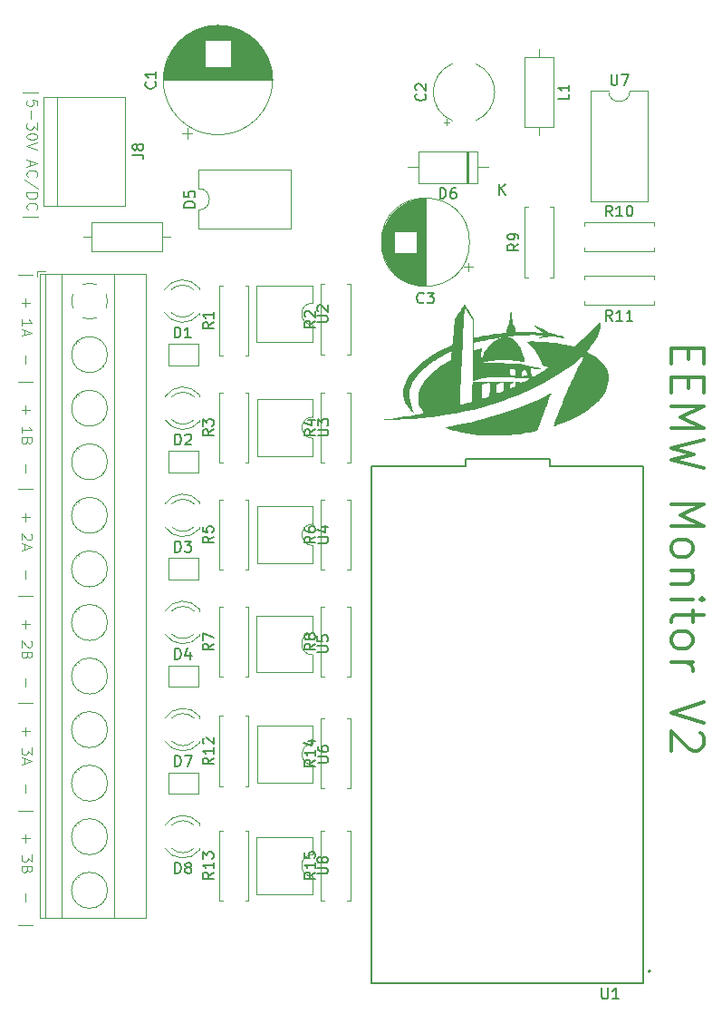
<source format=gbr>
%TF.GenerationSoftware,KiCad,Pcbnew,8.0.4*%
%TF.CreationDate,2024-09-13T06:36:19-04:00*%
%TF.ProjectId,UpTime,55705469-6d65-42e6-9b69-6361645f7063,rev?*%
%TF.SameCoordinates,Original*%
%TF.FileFunction,Legend,Top*%
%TF.FilePolarity,Positive*%
%FSLAX46Y46*%
G04 Gerber Fmt 4.6, Leading zero omitted, Abs format (unit mm)*
G04 Created by KiCad (PCBNEW 8.0.4) date 2024-09-13 06:36:19*
%MOMM*%
%LPD*%
G01*
G04 APERTURE LIST*
%ADD10C,0.100000*%
%ADD11C,0.300000*%
%ADD12C,0.150000*%
%ADD13C,0.120000*%
%ADD14C,0.000000*%
%ADD15C,0.127000*%
%ADD16C,0.200000*%
%ADD17C,2.700000*%
%ADD18R,1.000000X1.500000*%
%ADD19C,1.600000*%
%ADD20O,1.600000X1.600000*%
%ADD21R,1.800000X1.800000*%
%ADD22C,1.800000*%
%ADD23R,1.600000X1.600000*%
%ADD24R,2.000000X2.000000*%
%ADD25C,2.000000*%
%ADD26R,3.000000X3.000000*%
%ADD27C,3.000000*%
%ADD28R,2.600000X2.600000*%
%ADD29C,2.600000*%
%ADD30C,1.728000*%
%ADD31R,2.200000X2.200000*%
%ADD32O,2.200000X2.200000*%
G04 APERTURE END LIST*
D10*
X116294247Y-97041979D02*
X117722819Y-97041979D01*
X117008533Y-99280075D02*
X117008533Y-100041980D01*
X116627580Y-99661027D02*
X117389485Y-99661027D01*
X117532342Y-101232456D02*
X117579961Y-101280075D01*
X117579961Y-101280075D02*
X117627580Y-101375313D01*
X117627580Y-101375313D02*
X117627580Y-101613408D01*
X117627580Y-101613408D02*
X117579961Y-101708646D01*
X117579961Y-101708646D02*
X117532342Y-101756265D01*
X117532342Y-101756265D02*
X117437104Y-101803884D01*
X117437104Y-101803884D02*
X117341866Y-101803884D01*
X117341866Y-101803884D02*
X117199009Y-101756265D01*
X117199009Y-101756265D02*
X116627580Y-101184837D01*
X116627580Y-101184837D02*
X116627580Y-101803884D01*
X116913295Y-102184837D02*
X116913295Y-102661027D01*
X116627580Y-102089599D02*
X117627580Y-102422932D01*
X117627580Y-102422932D02*
X116627580Y-102756265D01*
X117008533Y-104613409D02*
X117008533Y-105375314D01*
X116794247Y-60041979D02*
X118222819Y-60041979D01*
X118127580Y-61232455D02*
X118127580Y-60756265D01*
X118127580Y-60756265D02*
X117651390Y-60708646D01*
X117651390Y-60708646D02*
X117699009Y-60756265D01*
X117699009Y-60756265D02*
X117746628Y-60851503D01*
X117746628Y-60851503D02*
X117746628Y-61089598D01*
X117746628Y-61089598D02*
X117699009Y-61184836D01*
X117699009Y-61184836D02*
X117651390Y-61232455D01*
X117651390Y-61232455D02*
X117556152Y-61280074D01*
X117556152Y-61280074D02*
X117318057Y-61280074D01*
X117318057Y-61280074D02*
X117222819Y-61232455D01*
X117222819Y-61232455D02*
X117175200Y-61184836D01*
X117175200Y-61184836D02*
X117127580Y-61089598D01*
X117127580Y-61089598D02*
X117127580Y-60851503D01*
X117127580Y-60851503D02*
X117175200Y-60756265D01*
X117175200Y-60756265D02*
X117222819Y-60708646D01*
X117508533Y-61708646D02*
X117508533Y-62470551D01*
X118127580Y-62851503D02*
X118127580Y-63470550D01*
X118127580Y-63470550D02*
X117746628Y-63137217D01*
X117746628Y-63137217D02*
X117746628Y-63280074D01*
X117746628Y-63280074D02*
X117699009Y-63375312D01*
X117699009Y-63375312D02*
X117651390Y-63422931D01*
X117651390Y-63422931D02*
X117556152Y-63470550D01*
X117556152Y-63470550D02*
X117318057Y-63470550D01*
X117318057Y-63470550D02*
X117222819Y-63422931D01*
X117222819Y-63422931D02*
X117175200Y-63375312D01*
X117175200Y-63375312D02*
X117127580Y-63280074D01*
X117127580Y-63280074D02*
X117127580Y-62994360D01*
X117127580Y-62994360D02*
X117175200Y-62899122D01*
X117175200Y-62899122D02*
X117222819Y-62851503D01*
X118127580Y-64089598D02*
X118127580Y-64184836D01*
X118127580Y-64184836D02*
X118079961Y-64280074D01*
X118079961Y-64280074D02*
X118032342Y-64327693D01*
X118032342Y-64327693D02*
X117937104Y-64375312D01*
X117937104Y-64375312D02*
X117746628Y-64422931D01*
X117746628Y-64422931D02*
X117508533Y-64422931D01*
X117508533Y-64422931D02*
X117318057Y-64375312D01*
X117318057Y-64375312D02*
X117222819Y-64327693D01*
X117222819Y-64327693D02*
X117175200Y-64280074D01*
X117175200Y-64280074D02*
X117127580Y-64184836D01*
X117127580Y-64184836D02*
X117127580Y-64089598D01*
X117127580Y-64089598D02*
X117175200Y-63994360D01*
X117175200Y-63994360D02*
X117222819Y-63946741D01*
X117222819Y-63946741D02*
X117318057Y-63899122D01*
X117318057Y-63899122D02*
X117508533Y-63851503D01*
X117508533Y-63851503D02*
X117746628Y-63851503D01*
X117746628Y-63851503D02*
X117937104Y-63899122D01*
X117937104Y-63899122D02*
X118032342Y-63946741D01*
X118032342Y-63946741D02*
X118079961Y-63994360D01*
X118079961Y-63994360D02*
X118127580Y-64089598D01*
X118127580Y-64708646D02*
X117127580Y-65041979D01*
X117127580Y-65041979D02*
X118127580Y-65375312D01*
X117413295Y-66422932D02*
X117413295Y-66899122D01*
X117127580Y-66327694D02*
X118127580Y-66661027D01*
X118127580Y-66661027D02*
X117127580Y-66994360D01*
X117222819Y-67899122D02*
X117175200Y-67851503D01*
X117175200Y-67851503D02*
X117127580Y-67708646D01*
X117127580Y-67708646D02*
X117127580Y-67613408D01*
X117127580Y-67613408D02*
X117175200Y-67470551D01*
X117175200Y-67470551D02*
X117270438Y-67375313D01*
X117270438Y-67375313D02*
X117365676Y-67327694D01*
X117365676Y-67327694D02*
X117556152Y-67280075D01*
X117556152Y-67280075D02*
X117699009Y-67280075D01*
X117699009Y-67280075D02*
X117889485Y-67327694D01*
X117889485Y-67327694D02*
X117984723Y-67375313D01*
X117984723Y-67375313D02*
X118079961Y-67470551D01*
X118079961Y-67470551D02*
X118127580Y-67613408D01*
X118127580Y-67613408D02*
X118127580Y-67708646D01*
X118127580Y-67708646D02*
X118079961Y-67851503D01*
X118079961Y-67851503D02*
X118032342Y-67899122D01*
X118175200Y-69041979D02*
X116889485Y-68184837D01*
X117127580Y-69375313D02*
X118127580Y-69375313D01*
X118127580Y-69375313D02*
X118127580Y-69613408D01*
X118127580Y-69613408D02*
X118079961Y-69756265D01*
X118079961Y-69756265D02*
X117984723Y-69851503D01*
X117984723Y-69851503D02*
X117889485Y-69899122D01*
X117889485Y-69899122D02*
X117699009Y-69946741D01*
X117699009Y-69946741D02*
X117556152Y-69946741D01*
X117556152Y-69946741D02*
X117365676Y-69899122D01*
X117365676Y-69899122D02*
X117270438Y-69851503D01*
X117270438Y-69851503D02*
X117175200Y-69756265D01*
X117175200Y-69756265D02*
X117127580Y-69613408D01*
X117127580Y-69613408D02*
X117127580Y-69375313D01*
X117222819Y-70946741D02*
X117175200Y-70899122D01*
X117175200Y-70899122D02*
X117127580Y-70756265D01*
X117127580Y-70756265D02*
X117127580Y-70661027D01*
X117127580Y-70661027D02*
X117175200Y-70518170D01*
X117175200Y-70518170D02*
X117270438Y-70422932D01*
X117270438Y-70422932D02*
X117365676Y-70375313D01*
X117365676Y-70375313D02*
X117556152Y-70327694D01*
X117556152Y-70327694D02*
X117699009Y-70327694D01*
X117699009Y-70327694D02*
X117889485Y-70375313D01*
X117889485Y-70375313D02*
X117984723Y-70422932D01*
X117984723Y-70422932D02*
X118079961Y-70518170D01*
X118079961Y-70518170D02*
X118127580Y-70661027D01*
X118127580Y-70661027D02*
X118127580Y-70756265D01*
X118127580Y-70756265D02*
X118079961Y-70899122D01*
X118079961Y-70899122D02*
X118032342Y-70946741D01*
X116794247Y-71613408D02*
X118222819Y-71613408D01*
X116294247Y-77041979D02*
X117722819Y-77041979D01*
X117008533Y-79280075D02*
X117008533Y-80041980D01*
X116627580Y-79661027D02*
X117389485Y-79661027D01*
X116627580Y-81803884D02*
X116627580Y-81232456D01*
X116627580Y-81518170D02*
X117627580Y-81518170D01*
X117627580Y-81518170D02*
X117484723Y-81422932D01*
X117484723Y-81422932D02*
X117389485Y-81327694D01*
X117389485Y-81327694D02*
X117341866Y-81232456D01*
X116913295Y-82184837D02*
X116913295Y-82661027D01*
X116627580Y-82089599D02*
X117627580Y-82422932D01*
X117627580Y-82422932D02*
X116627580Y-82756265D01*
X117008533Y-84613409D02*
X117008533Y-85375314D01*
D11*
X178954171Y-83911653D02*
X178954171Y-84911653D01*
X177382742Y-85340225D02*
X177382742Y-83911653D01*
X177382742Y-83911653D02*
X180382742Y-83911653D01*
X180382742Y-83911653D02*
X180382742Y-85340225D01*
X178954171Y-86625939D02*
X178954171Y-87625939D01*
X177382742Y-88054511D02*
X177382742Y-86625939D01*
X177382742Y-86625939D02*
X180382742Y-86625939D01*
X180382742Y-86625939D02*
X180382742Y-88054511D01*
X177382742Y-89340225D02*
X180382742Y-89340225D01*
X180382742Y-89340225D02*
X178239885Y-90340225D01*
X178239885Y-90340225D02*
X180382742Y-91340225D01*
X180382742Y-91340225D02*
X177382742Y-91340225D01*
X180382742Y-92483082D02*
X177382742Y-93197368D01*
X177382742Y-93197368D02*
X179525600Y-93768796D01*
X179525600Y-93768796D02*
X177382742Y-94340225D01*
X177382742Y-94340225D02*
X180382742Y-95054511D01*
X177382742Y-98483081D02*
X180382742Y-98483081D01*
X180382742Y-98483081D02*
X178239885Y-99483081D01*
X178239885Y-99483081D02*
X180382742Y-100483081D01*
X180382742Y-100483081D02*
X177382742Y-100483081D01*
X177382742Y-102340224D02*
X177525600Y-102054509D01*
X177525600Y-102054509D02*
X177668457Y-101911652D01*
X177668457Y-101911652D02*
X177954171Y-101768795D01*
X177954171Y-101768795D02*
X178811314Y-101768795D01*
X178811314Y-101768795D02*
X179097028Y-101911652D01*
X179097028Y-101911652D02*
X179239885Y-102054509D01*
X179239885Y-102054509D02*
X179382742Y-102340224D01*
X179382742Y-102340224D02*
X179382742Y-102768795D01*
X179382742Y-102768795D02*
X179239885Y-103054509D01*
X179239885Y-103054509D02*
X179097028Y-103197367D01*
X179097028Y-103197367D02*
X178811314Y-103340224D01*
X178811314Y-103340224D02*
X177954171Y-103340224D01*
X177954171Y-103340224D02*
X177668457Y-103197367D01*
X177668457Y-103197367D02*
X177525600Y-103054509D01*
X177525600Y-103054509D02*
X177382742Y-102768795D01*
X177382742Y-102768795D02*
X177382742Y-102340224D01*
X179382742Y-104625938D02*
X177382742Y-104625938D01*
X179097028Y-104625938D02*
X179239885Y-104768795D01*
X179239885Y-104768795D02*
X179382742Y-105054510D01*
X179382742Y-105054510D02*
X179382742Y-105483081D01*
X179382742Y-105483081D02*
X179239885Y-105768795D01*
X179239885Y-105768795D02*
X178954171Y-105911653D01*
X178954171Y-105911653D02*
X177382742Y-105911653D01*
X177382742Y-107340224D02*
X179382742Y-107340224D01*
X180382742Y-107340224D02*
X180239885Y-107197367D01*
X180239885Y-107197367D02*
X180097028Y-107340224D01*
X180097028Y-107340224D02*
X180239885Y-107483081D01*
X180239885Y-107483081D02*
X180382742Y-107340224D01*
X180382742Y-107340224D02*
X180097028Y-107340224D01*
X179382742Y-108340224D02*
X179382742Y-109483081D01*
X180382742Y-108768795D02*
X177811314Y-108768795D01*
X177811314Y-108768795D02*
X177525600Y-108911652D01*
X177525600Y-108911652D02*
X177382742Y-109197367D01*
X177382742Y-109197367D02*
X177382742Y-109483081D01*
X177382742Y-110911653D02*
X177525600Y-110625938D01*
X177525600Y-110625938D02*
X177668457Y-110483081D01*
X177668457Y-110483081D02*
X177954171Y-110340224D01*
X177954171Y-110340224D02*
X178811314Y-110340224D01*
X178811314Y-110340224D02*
X179097028Y-110483081D01*
X179097028Y-110483081D02*
X179239885Y-110625938D01*
X179239885Y-110625938D02*
X179382742Y-110911653D01*
X179382742Y-110911653D02*
X179382742Y-111340224D01*
X179382742Y-111340224D02*
X179239885Y-111625938D01*
X179239885Y-111625938D02*
X179097028Y-111768796D01*
X179097028Y-111768796D02*
X178811314Y-111911653D01*
X178811314Y-111911653D02*
X177954171Y-111911653D01*
X177954171Y-111911653D02*
X177668457Y-111768796D01*
X177668457Y-111768796D02*
X177525600Y-111625938D01*
X177525600Y-111625938D02*
X177382742Y-111340224D01*
X177382742Y-111340224D02*
X177382742Y-110911653D01*
X177382742Y-113197367D02*
X179382742Y-113197367D01*
X178811314Y-113197367D02*
X179097028Y-113340224D01*
X179097028Y-113340224D02*
X179239885Y-113483082D01*
X179239885Y-113483082D02*
X179382742Y-113768796D01*
X179382742Y-113768796D02*
X179382742Y-114054510D01*
X180382742Y-116911653D02*
X177382742Y-117911653D01*
X177382742Y-117911653D02*
X180382742Y-118911653D01*
X180097028Y-119768796D02*
X180239885Y-119911653D01*
X180239885Y-119911653D02*
X180382742Y-120197368D01*
X180382742Y-120197368D02*
X180382742Y-120911653D01*
X180382742Y-120911653D02*
X180239885Y-121197368D01*
X180239885Y-121197368D02*
X180097028Y-121340225D01*
X180097028Y-121340225D02*
X179811314Y-121483082D01*
X179811314Y-121483082D02*
X179525600Y-121483082D01*
X179525600Y-121483082D02*
X179097028Y-121340225D01*
X179097028Y-121340225D02*
X177382742Y-119625939D01*
X177382742Y-119625939D02*
X177382742Y-121483082D01*
D10*
X116294247Y-107041979D02*
X117722819Y-107041979D01*
X117008533Y-109280075D02*
X117008533Y-110041980D01*
X116627580Y-109661027D02*
X117389485Y-109661027D01*
X117532342Y-111232456D02*
X117579961Y-111280075D01*
X117579961Y-111280075D02*
X117627580Y-111375313D01*
X117627580Y-111375313D02*
X117627580Y-111613408D01*
X117627580Y-111613408D02*
X117579961Y-111708646D01*
X117579961Y-111708646D02*
X117532342Y-111756265D01*
X117532342Y-111756265D02*
X117437104Y-111803884D01*
X117437104Y-111803884D02*
X117341866Y-111803884D01*
X117341866Y-111803884D02*
X117199009Y-111756265D01*
X117199009Y-111756265D02*
X116627580Y-111184837D01*
X116627580Y-111184837D02*
X116627580Y-111803884D01*
X117151390Y-112565789D02*
X117103771Y-112708646D01*
X117103771Y-112708646D02*
X117056152Y-112756265D01*
X117056152Y-112756265D02*
X116960914Y-112803884D01*
X116960914Y-112803884D02*
X116818057Y-112803884D01*
X116818057Y-112803884D02*
X116722819Y-112756265D01*
X116722819Y-112756265D02*
X116675200Y-112708646D01*
X116675200Y-112708646D02*
X116627580Y-112613408D01*
X116627580Y-112613408D02*
X116627580Y-112232456D01*
X116627580Y-112232456D02*
X117627580Y-112232456D01*
X117627580Y-112232456D02*
X117627580Y-112565789D01*
X117627580Y-112565789D02*
X117579961Y-112661027D01*
X117579961Y-112661027D02*
X117532342Y-112708646D01*
X117532342Y-112708646D02*
X117437104Y-112756265D01*
X117437104Y-112756265D02*
X117341866Y-112756265D01*
X117341866Y-112756265D02*
X117246628Y-112708646D01*
X117246628Y-112708646D02*
X117199009Y-112661027D01*
X117199009Y-112661027D02*
X117151390Y-112565789D01*
X117151390Y-112565789D02*
X117151390Y-112232456D01*
X117008533Y-114756266D02*
X117008533Y-115518171D01*
X116294247Y-87041979D02*
X117722819Y-87041979D01*
X117008533Y-89280075D02*
X117008533Y-90041980D01*
X116627580Y-89661027D02*
X117389485Y-89661027D01*
X116627580Y-91803884D02*
X116627580Y-91232456D01*
X116627580Y-91518170D02*
X117627580Y-91518170D01*
X117627580Y-91518170D02*
X117484723Y-91422932D01*
X117484723Y-91422932D02*
X117389485Y-91327694D01*
X117389485Y-91327694D02*
X117341866Y-91232456D01*
X117151390Y-92565789D02*
X117103771Y-92708646D01*
X117103771Y-92708646D02*
X117056152Y-92756265D01*
X117056152Y-92756265D02*
X116960914Y-92803884D01*
X116960914Y-92803884D02*
X116818057Y-92803884D01*
X116818057Y-92803884D02*
X116722819Y-92756265D01*
X116722819Y-92756265D02*
X116675200Y-92708646D01*
X116675200Y-92708646D02*
X116627580Y-92613408D01*
X116627580Y-92613408D02*
X116627580Y-92232456D01*
X116627580Y-92232456D02*
X117627580Y-92232456D01*
X117627580Y-92232456D02*
X117627580Y-92565789D01*
X117627580Y-92565789D02*
X117579961Y-92661027D01*
X117579961Y-92661027D02*
X117532342Y-92708646D01*
X117532342Y-92708646D02*
X117437104Y-92756265D01*
X117437104Y-92756265D02*
X117341866Y-92756265D01*
X117341866Y-92756265D02*
X117246628Y-92708646D01*
X117246628Y-92708646D02*
X117199009Y-92661027D01*
X117199009Y-92661027D02*
X117151390Y-92565789D01*
X117151390Y-92565789D02*
X117151390Y-92232456D01*
X117008533Y-94756266D02*
X117008533Y-95518171D01*
X116294247Y-117041979D02*
X117722819Y-117041979D01*
X117008533Y-119280075D02*
X117008533Y-120041980D01*
X116627580Y-119661027D02*
X117389485Y-119661027D01*
X117627580Y-121184837D02*
X117627580Y-121803884D01*
X117627580Y-121803884D02*
X117246628Y-121470551D01*
X117246628Y-121470551D02*
X117246628Y-121613408D01*
X117246628Y-121613408D02*
X117199009Y-121708646D01*
X117199009Y-121708646D02*
X117151390Y-121756265D01*
X117151390Y-121756265D02*
X117056152Y-121803884D01*
X117056152Y-121803884D02*
X116818057Y-121803884D01*
X116818057Y-121803884D02*
X116722819Y-121756265D01*
X116722819Y-121756265D02*
X116675200Y-121708646D01*
X116675200Y-121708646D02*
X116627580Y-121613408D01*
X116627580Y-121613408D02*
X116627580Y-121327694D01*
X116627580Y-121327694D02*
X116675200Y-121232456D01*
X116675200Y-121232456D02*
X116722819Y-121184837D01*
X116913295Y-122184837D02*
X116913295Y-122661027D01*
X116627580Y-122089599D02*
X117627580Y-122422932D01*
X117627580Y-122422932D02*
X116627580Y-122756265D01*
X117008533Y-124613409D02*
X117008533Y-125375314D01*
X116294247Y-127041979D02*
X117722819Y-127041979D01*
X117008533Y-129280075D02*
X117008533Y-130041980D01*
X116627580Y-129661027D02*
X117389485Y-129661027D01*
X117627580Y-131184837D02*
X117627580Y-131803884D01*
X117627580Y-131803884D02*
X117246628Y-131470551D01*
X117246628Y-131470551D02*
X117246628Y-131613408D01*
X117246628Y-131613408D02*
X117199009Y-131708646D01*
X117199009Y-131708646D02*
X117151390Y-131756265D01*
X117151390Y-131756265D02*
X117056152Y-131803884D01*
X117056152Y-131803884D02*
X116818057Y-131803884D01*
X116818057Y-131803884D02*
X116722819Y-131756265D01*
X116722819Y-131756265D02*
X116675200Y-131708646D01*
X116675200Y-131708646D02*
X116627580Y-131613408D01*
X116627580Y-131613408D02*
X116627580Y-131327694D01*
X116627580Y-131327694D02*
X116675200Y-131232456D01*
X116675200Y-131232456D02*
X116722819Y-131184837D01*
X117151390Y-132565789D02*
X117103771Y-132708646D01*
X117103771Y-132708646D02*
X117056152Y-132756265D01*
X117056152Y-132756265D02*
X116960914Y-132803884D01*
X116960914Y-132803884D02*
X116818057Y-132803884D01*
X116818057Y-132803884D02*
X116722819Y-132756265D01*
X116722819Y-132756265D02*
X116675200Y-132708646D01*
X116675200Y-132708646D02*
X116627580Y-132613408D01*
X116627580Y-132613408D02*
X116627580Y-132232456D01*
X116627580Y-132232456D02*
X117627580Y-132232456D01*
X117627580Y-132232456D02*
X117627580Y-132565789D01*
X117627580Y-132565789D02*
X117579961Y-132661027D01*
X117579961Y-132661027D02*
X117532342Y-132708646D01*
X117532342Y-132708646D02*
X117437104Y-132756265D01*
X117437104Y-132756265D02*
X117341866Y-132756265D01*
X117341866Y-132756265D02*
X117246628Y-132708646D01*
X117246628Y-132708646D02*
X117199009Y-132661027D01*
X117199009Y-132661027D02*
X117151390Y-132565789D01*
X117151390Y-132565789D02*
X117151390Y-132232456D01*
X117008533Y-134756266D02*
X117008533Y-135518171D01*
X116294247Y-137756266D02*
X117722819Y-137756266D01*
D12*
X134584819Y-111476666D02*
X134108628Y-111809999D01*
X134584819Y-112048094D02*
X133584819Y-112048094D01*
X133584819Y-112048094D02*
X133584819Y-111667142D01*
X133584819Y-111667142D02*
X133632438Y-111571904D01*
X133632438Y-111571904D02*
X133680057Y-111524285D01*
X133680057Y-111524285D02*
X133775295Y-111476666D01*
X133775295Y-111476666D02*
X133918152Y-111476666D01*
X133918152Y-111476666D02*
X134013390Y-111524285D01*
X134013390Y-111524285D02*
X134061009Y-111571904D01*
X134061009Y-111571904D02*
X134108628Y-111667142D01*
X134108628Y-111667142D02*
X134108628Y-112048094D01*
X133584819Y-111143332D02*
X133584819Y-110476666D01*
X133584819Y-110476666D02*
X134584819Y-110905237D01*
X130991905Y-122914819D02*
X130991905Y-121914819D01*
X130991905Y-121914819D02*
X131230000Y-121914819D01*
X131230000Y-121914819D02*
X131372857Y-121962438D01*
X131372857Y-121962438D02*
X131468095Y-122057676D01*
X131468095Y-122057676D02*
X131515714Y-122152914D01*
X131515714Y-122152914D02*
X131563333Y-122343390D01*
X131563333Y-122343390D02*
X131563333Y-122486247D01*
X131563333Y-122486247D02*
X131515714Y-122676723D01*
X131515714Y-122676723D02*
X131468095Y-122771961D01*
X131468095Y-122771961D02*
X131372857Y-122867200D01*
X131372857Y-122867200D02*
X131230000Y-122914819D01*
X131230000Y-122914819D02*
X130991905Y-122914819D01*
X131896667Y-121914819D02*
X132563333Y-121914819D01*
X132563333Y-121914819D02*
X132134762Y-122914819D01*
X144324819Y-102071904D02*
X145134342Y-102071904D01*
X145134342Y-102071904D02*
X145229580Y-102024285D01*
X145229580Y-102024285D02*
X145277200Y-101976666D01*
X145277200Y-101976666D02*
X145324819Y-101881428D01*
X145324819Y-101881428D02*
X145324819Y-101690952D01*
X145324819Y-101690952D02*
X145277200Y-101595714D01*
X145277200Y-101595714D02*
X145229580Y-101548095D01*
X145229580Y-101548095D02*
X145134342Y-101500476D01*
X145134342Y-101500476D02*
X144324819Y-101500476D01*
X144658152Y-100595714D02*
X145324819Y-100595714D01*
X144277200Y-100833809D02*
X144991485Y-101071904D01*
X144991485Y-101071904D02*
X144991485Y-100452857D01*
X129109580Y-59034343D02*
X129157200Y-59081962D01*
X129157200Y-59081962D02*
X129204819Y-59224819D01*
X129204819Y-59224819D02*
X129204819Y-59320057D01*
X129204819Y-59320057D02*
X129157200Y-59462914D01*
X129157200Y-59462914D02*
X129061961Y-59558152D01*
X129061961Y-59558152D02*
X128966723Y-59605771D01*
X128966723Y-59605771D02*
X128776247Y-59653390D01*
X128776247Y-59653390D02*
X128633390Y-59653390D01*
X128633390Y-59653390D02*
X128442914Y-59605771D01*
X128442914Y-59605771D02*
X128347676Y-59558152D01*
X128347676Y-59558152D02*
X128252438Y-59462914D01*
X128252438Y-59462914D02*
X128204819Y-59320057D01*
X128204819Y-59320057D02*
X128204819Y-59224819D01*
X128204819Y-59224819D02*
X128252438Y-59081962D01*
X128252438Y-59081962D02*
X128300057Y-59034343D01*
X129204819Y-58081962D02*
X129204819Y-58653390D01*
X129204819Y-58367676D02*
X128204819Y-58367676D01*
X128204819Y-58367676D02*
X128347676Y-58462914D01*
X128347676Y-58462914D02*
X128442914Y-58558152D01*
X128442914Y-58558152D02*
X128490533Y-58653390D01*
X144084819Y-81356666D02*
X143608628Y-81689999D01*
X144084819Y-81928094D02*
X143084819Y-81928094D01*
X143084819Y-81928094D02*
X143084819Y-81547142D01*
X143084819Y-81547142D02*
X143132438Y-81451904D01*
X143132438Y-81451904D02*
X143180057Y-81404285D01*
X143180057Y-81404285D02*
X143275295Y-81356666D01*
X143275295Y-81356666D02*
X143418152Y-81356666D01*
X143418152Y-81356666D02*
X143513390Y-81404285D01*
X143513390Y-81404285D02*
X143561009Y-81451904D01*
X143561009Y-81451904D02*
X143608628Y-81547142D01*
X143608628Y-81547142D02*
X143608628Y-81928094D01*
X143180057Y-80975713D02*
X143132438Y-80928094D01*
X143132438Y-80928094D02*
X143084819Y-80832856D01*
X143084819Y-80832856D02*
X143084819Y-80594761D01*
X143084819Y-80594761D02*
X143132438Y-80499523D01*
X143132438Y-80499523D02*
X143180057Y-80451904D01*
X143180057Y-80451904D02*
X143275295Y-80404285D01*
X143275295Y-80404285D02*
X143370533Y-80404285D01*
X143370533Y-80404285D02*
X143513390Y-80451904D01*
X143513390Y-80451904D02*
X144084819Y-81023332D01*
X144084819Y-81023332D02*
X144084819Y-80404285D01*
X144284819Y-132951904D02*
X145094342Y-132951904D01*
X145094342Y-132951904D02*
X145189580Y-132904285D01*
X145189580Y-132904285D02*
X145237200Y-132856666D01*
X145237200Y-132856666D02*
X145284819Y-132761428D01*
X145284819Y-132761428D02*
X145284819Y-132570952D01*
X145284819Y-132570952D02*
X145237200Y-132475714D01*
X145237200Y-132475714D02*
X145189580Y-132428095D01*
X145189580Y-132428095D02*
X145094342Y-132380476D01*
X145094342Y-132380476D02*
X144284819Y-132380476D01*
X144713390Y-131761428D02*
X144665771Y-131856666D01*
X144665771Y-131856666D02*
X144618152Y-131904285D01*
X144618152Y-131904285D02*
X144522914Y-131951904D01*
X144522914Y-131951904D02*
X144475295Y-131951904D01*
X144475295Y-131951904D02*
X144380057Y-131904285D01*
X144380057Y-131904285D02*
X144332438Y-131856666D01*
X144332438Y-131856666D02*
X144284819Y-131761428D01*
X144284819Y-131761428D02*
X144284819Y-131570952D01*
X144284819Y-131570952D02*
X144332438Y-131475714D01*
X144332438Y-131475714D02*
X144380057Y-131428095D01*
X144380057Y-131428095D02*
X144475295Y-131380476D01*
X144475295Y-131380476D02*
X144522914Y-131380476D01*
X144522914Y-131380476D02*
X144618152Y-131428095D01*
X144618152Y-131428095D02*
X144665771Y-131475714D01*
X144665771Y-131475714D02*
X144713390Y-131570952D01*
X144713390Y-131570952D02*
X144713390Y-131761428D01*
X144713390Y-131761428D02*
X144761009Y-131856666D01*
X144761009Y-131856666D02*
X144808628Y-131904285D01*
X144808628Y-131904285D02*
X144903866Y-131951904D01*
X144903866Y-131951904D02*
X145094342Y-131951904D01*
X145094342Y-131951904D02*
X145189580Y-131904285D01*
X145189580Y-131904285D02*
X145237200Y-131856666D01*
X145237200Y-131856666D02*
X145284819Y-131761428D01*
X145284819Y-131761428D02*
X145284819Y-131570952D01*
X145284819Y-131570952D02*
X145237200Y-131475714D01*
X145237200Y-131475714D02*
X145189580Y-131428095D01*
X145189580Y-131428095D02*
X145094342Y-131380476D01*
X145094342Y-131380476D02*
X144903866Y-131380476D01*
X144903866Y-131380476D02*
X144808628Y-131428095D01*
X144808628Y-131428095D02*
X144761009Y-131475714D01*
X144761009Y-131475714D02*
X144713390Y-131570952D01*
X134584819Y-122142857D02*
X134108628Y-122476190D01*
X134584819Y-122714285D02*
X133584819Y-122714285D01*
X133584819Y-122714285D02*
X133584819Y-122333333D01*
X133584819Y-122333333D02*
X133632438Y-122238095D01*
X133632438Y-122238095D02*
X133680057Y-122190476D01*
X133680057Y-122190476D02*
X133775295Y-122142857D01*
X133775295Y-122142857D02*
X133918152Y-122142857D01*
X133918152Y-122142857D02*
X134013390Y-122190476D01*
X134013390Y-122190476D02*
X134061009Y-122238095D01*
X134061009Y-122238095D02*
X134108628Y-122333333D01*
X134108628Y-122333333D02*
X134108628Y-122714285D01*
X134584819Y-121190476D02*
X134584819Y-121761904D01*
X134584819Y-121476190D02*
X133584819Y-121476190D01*
X133584819Y-121476190D02*
X133727676Y-121571428D01*
X133727676Y-121571428D02*
X133822914Y-121666666D01*
X133822914Y-121666666D02*
X133870533Y-121761904D01*
X133680057Y-120809523D02*
X133632438Y-120761904D01*
X133632438Y-120761904D02*
X133584819Y-120666666D01*
X133584819Y-120666666D02*
X133584819Y-120428571D01*
X133584819Y-120428571D02*
X133632438Y-120333333D01*
X133632438Y-120333333D02*
X133680057Y-120285714D01*
X133680057Y-120285714D02*
X133775295Y-120238095D01*
X133775295Y-120238095D02*
X133870533Y-120238095D01*
X133870533Y-120238095D02*
X134013390Y-120285714D01*
X134013390Y-120285714D02*
X134584819Y-120857142D01*
X134584819Y-120857142D02*
X134584819Y-120238095D01*
X167824819Y-60166666D02*
X167824819Y-60642856D01*
X167824819Y-60642856D02*
X166824819Y-60642856D01*
X167824819Y-59309523D02*
X167824819Y-59880951D01*
X167824819Y-59595237D02*
X166824819Y-59595237D01*
X166824819Y-59595237D02*
X166967676Y-59690475D01*
X166967676Y-59690475D02*
X167062914Y-59785713D01*
X167062914Y-59785713D02*
X167110533Y-59880951D01*
X144084819Y-132832857D02*
X143608628Y-133166190D01*
X144084819Y-133404285D02*
X143084819Y-133404285D01*
X143084819Y-133404285D02*
X143084819Y-133023333D01*
X143084819Y-133023333D02*
X143132438Y-132928095D01*
X143132438Y-132928095D02*
X143180057Y-132880476D01*
X143180057Y-132880476D02*
X143275295Y-132832857D01*
X143275295Y-132832857D02*
X143418152Y-132832857D01*
X143418152Y-132832857D02*
X143513390Y-132880476D01*
X143513390Y-132880476D02*
X143561009Y-132928095D01*
X143561009Y-132928095D02*
X143608628Y-133023333D01*
X143608628Y-133023333D02*
X143608628Y-133404285D01*
X144084819Y-131880476D02*
X144084819Y-132451904D01*
X144084819Y-132166190D02*
X143084819Y-132166190D01*
X143084819Y-132166190D02*
X143227676Y-132261428D01*
X143227676Y-132261428D02*
X143322914Y-132356666D01*
X143322914Y-132356666D02*
X143370533Y-132451904D01*
X143084819Y-130975714D02*
X143084819Y-131451904D01*
X143084819Y-131451904D02*
X143561009Y-131499523D01*
X143561009Y-131499523D02*
X143513390Y-131451904D01*
X143513390Y-131451904D02*
X143465771Y-131356666D01*
X143465771Y-131356666D02*
X143465771Y-131118571D01*
X143465771Y-131118571D02*
X143513390Y-131023333D01*
X143513390Y-131023333D02*
X143561009Y-130975714D01*
X143561009Y-130975714D02*
X143656247Y-130928095D01*
X143656247Y-130928095D02*
X143894342Y-130928095D01*
X143894342Y-130928095D02*
X143989580Y-130975714D01*
X143989580Y-130975714D02*
X144037200Y-131023333D01*
X144037200Y-131023333D02*
X144084819Y-131118571D01*
X144084819Y-131118571D02*
X144084819Y-131356666D01*
X144084819Y-131356666D02*
X144037200Y-131451904D01*
X144037200Y-131451904D02*
X143989580Y-131499523D01*
X171857142Y-81324819D02*
X171523809Y-80848628D01*
X171285714Y-81324819D02*
X171285714Y-80324819D01*
X171285714Y-80324819D02*
X171666666Y-80324819D01*
X171666666Y-80324819D02*
X171761904Y-80372438D01*
X171761904Y-80372438D02*
X171809523Y-80420057D01*
X171809523Y-80420057D02*
X171857142Y-80515295D01*
X171857142Y-80515295D02*
X171857142Y-80658152D01*
X171857142Y-80658152D02*
X171809523Y-80753390D01*
X171809523Y-80753390D02*
X171761904Y-80801009D01*
X171761904Y-80801009D02*
X171666666Y-80848628D01*
X171666666Y-80848628D02*
X171285714Y-80848628D01*
X172809523Y-81324819D02*
X172238095Y-81324819D01*
X172523809Y-81324819D02*
X172523809Y-80324819D01*
X172523809Y-80324819D02*
X172428571Y-80467676D01*
X172428571Y-80467676D02*
X172333333Y-80562914D01*
X172333333Y-80562914D02*
X172238095Y-80610533D01*
X173761904Y-81324819D02*
X173190476Y-81324819D01*
X173476190Y-81324819D02*
X173476190Y-80324819D01*
X173476190Y-80324819D02*
X173380952Y-80467676D01*
X173380952Y-80467676D02*
X173285714Y-80562914D01*
X173285714Y-80562914D02*
X173190476Y-80610533D01*
X127034819Y-65833333D02*
X127749104Y-65833333D01*
X127749104Y-65833333D02*
X127891961Y-65880952D01*
X127891961Y-65880952D02*
X127987200Y-65976190D01*
X127987200Y-65976190D02*
X128034819Y-66119047D01*
X128034819Y-66119047D02*
X128034819Y-66214285D01*
X127463390Y-65214285D02*
X127415771Y-65309523D01*
X127415771Y-65309523D02*
X127368152Y-65357142D01*
X127368152Y-65357142D02*
X127272914Y-65404761D01*
X127272914Y-65404761D02*
X127225295Y-65404761D01*
X127225295Y-65404761D02*
X127130057Y-65357142D01*
X127130057Y-65357142D02*
X127082438Y-65309523D01*
X127082438Y-65309523D02*
X127034819Y-65214285D01*
X127034819Y-65214285D02*
X127034819Y-65023809D01*
X127034819Y-65023809D02*
X127082438Y-64928571D01*
X127082438Y-64928571D02*
X127130057Y-64880952D01*
X127130057Y-64880952D02*
X127225295Y-64833333D01*
X127225295Y-64833333D02*
X127272914Y-64833333D01*
X127272914Y-64833333D02*
X127368152Y-64880952D01*
X127368152Y-64880952D02*
X127415771Y-64928571D01*
X127415771Y-64928571D02*
X127463390Y-65023809D01*
X127463390Y-65023809D02*
X127463390Y-65214285D01*
X127463390Y-65214285D02*
X127511009Y-65309523D01*
X127511009Y-65309523D02*
X127558628Y-65357142D01*
X127558628Y-65357142D02*
X127653866Y-65404761D01*
X127653866Y-65404761D02*
X127844342Y-65404761D01*
X127844342Y-65404761D02*
X127939580Y-65357142D01*
X127939580Y-65357142D02*
X127987200Y-65309523D01*
X127987200Y-65309523D02*
X128034819Y-65214285D01*
X128034819Y-65214285D02*
X128034819Y-65023809D01*
X128034819Y-65023809D02*
X127987200Y-64928571D01*
X127987200Y-64928571D02*
X127939580Y-64880952D01*
X127939580Y-64880952D02*
X127844342Y-64833333D01*
X127844342Y-64833333D02*
X127653866Y-64833333D01*
X127653866Y-64833333D02*
X127558628Y-64880952D01*
X127558628Y-64880952D02*
X127511009Y-64928571D01*
X127511009Y-64928571D02*
X127463390Y-65023809D01*
X130991905Y-92914819D02*
X130991905Y-91914819D01*
X130991905Y-91914819D02*
X131230000Y-91914819D01*
X131230000Y-91914819D02*
X131372857Y-91962438D01*
X131372857Y-91962438D02*
X131468095Y-92057676D01*
X131468095Y-92057676D02*
X131515714Y-92152914D01*
X131515714Y-92152914D02*
X131563333Y-92343390D01*
X131563333Y-92343390D02*
X131563333Y-92486247D01*
X131563333Y-92486247D02*
X131515714Y-92676723D01*
X131515714Y-92676723D02*
X131468095Y-92771961D01*
X131468095Y-92771961D02*
X131372857Y-92867200D01*
X131372857Y-92867200D02*
X131230000Y-92914819D01*
X131230000Y-92914819D02*
X130991905Y-92914819D01*
X131944286Y-92010057D02*
X131991905Y-91962438D01*
X131991905Y-91962438D02*
X132087143Y-91914819D01*
X132087143Y-91914819D02*
X132325238Y-91914819D01*
X132325238Y-91914819D02*
X132420476Y-91962438D01*
X132420476Y-91962438D02*
X132468095Y-92010057D01*
X132468095Y-92010057D02*
X132515714Y-92105295D01*
X132515714Y-92105295D02*
X132515714Y-92200533D01*
X132515714Y-92200533D02*
X132468095Y-92343390D01*
X132468095Y-92343390D02*
X131896667Y-92914819D01*
X131896667Y-92914819D02*
X132515714Y-92914819D01*
X154359580Y-60166666D02*
X154407200Y-60214285D01*
X154407200Y-60214285D02*
X154454819Y-60357142D01*
X154454819Y-60357142D02*
X154454819Y-60452380D01*
X154454819Y-60452380D02*
X154407200Y-60595237D01*
X154407200Y-60595237D02*
X154311961Y-60690475D01*
X154311961Y-60690475D02*
X154216723Y-60738094D01*
X154216723Y-60738094D02*
X154026247Y-60785713D01*
X154026247Y-60785713D02*
X153883390Y-60785713D01*
X153883390Y-60785713D02*
X153692914Y-60738094D01*
X153692914Y-60738094D02*
X153597676Y-60690475D01*
X153597676Y-60690475D02*
X153502438Y-60595237D01*
X153502438Y-60595237D02*
X153454819Y-60452380D01*
X153454819Y-60452380D02*
X153454819Y-60357142D01*
X153454819Y-60357142D02*
X153502438Y-60214285D01*
X153502438Y-60214285D02*
X153550057Y-60166666D01*
X153550057Y-59785713D02*
X153502438Y-59738094D01*
X153502438Y-59738094D02*
X153454819Y-59642856D01*
X153454819Y-59642856D02*
X153454819Y-59404761D01*
X153454819Y-59404761D02*
X153502438Y-59309523D01*
X153502438Y-59309523D02*
X153550057Y-59261904D01*
X153550057Y-59261904D02*
X153645295Y-59214285D01*
X153645295Y-59214285D02*
X153740533Y-59214285D01*
X153740533Y-59214285D02*
X153883390Y-59261904D01*
X153883390Y-59261904D02*
X154454819Y-59833332D01*
X154454819Y-59833332D02*
X154454819Y-59214285D01*
X144324819Y-122571904D02*
X145134342Y-122571904D01*
X145134342Y-122571904D02*
X145229580Y-122524285D01*
X145229580Y-122524285D02*
X145277200Y-122476666D01*
X145277200Y-122476666D02*
X145324819Y-122381428D01*
X145324819Y-122381428D02*
X145324819Y-122190952D01*
X145324819Y-122190952D02*
X145277200Y-122095714D01*
X145277200Y-122095714D02*
X145229580Y-122048095D01*
X145229580Y-122048095D02*
X145134342Y-122000476D01*
X145134342Y-122000476D02*
X144324819Y-122000476D01*
X144324819Y-121095714D02*
X144324819Y-121286190D01*
X144324819Y-121286190D02*
X144372438Y-121381428D01*
X144372438Y-121381428D02*
X144420057Y-121429047D01*
X144420057Y-121429047D02*
X144562914Y-121524285D01*
X144562914Y-121524285D02*
X144753390Y-121571904D01*
X144753390Y-121571904D02*
X145134342Y-121571904D01*
X145134342Y-121571904D02*
X145229580Y-121524285D01*
X145229580Y-121524285D02*
X145277200Y-121476666D01*
X145277200Y-121476666D02*
X145324819Y-121381428D01*
X145324819Y-121381428D02*
X145324819Y-121190952D01*
X145324819Y-121190952D02*
X145277200Y-121095714D01*
X145277200Y-121095714D02*
X145229580Y-121048095D01*
X145229580Y-121048095D02*
X145134342Y-121000476D01*
X145134342Y-121000476D02*
X144896247Y-121000476D01*
X144896247Y-121000476D02*
X144801009Y-121048095D01*
X144801009Y-121048095D02*
X144753390Y-121095714D01*
X144753390Y-121095714D02*
X144705771Y-121190952D01*
X144705771Y-121190952D02*
X144705771Y-121381428D01*
X144705771Y-121381428D02*
X144753390Y-121476666D01*
X144753390Y-121476666D02*
X144801009Y-121524285D01*
X144801009Y-121524285D02*
X144896247Y-121571904D01*
X130991905Y-102914819D02*
X130991905Y-101914819D01*
X130991905Y-101914819D02*
X131230000Y-101914819D01*
X131230000Y-101914819D02*
X131372857Y-101962438D01*
X131372857Y-101962438D02*
X131468095Y-102057676D01*
X131468095Y-102057676D02*
X131515714Y-102152914D01*
X131515714Y-102152914D02*
X131563333Y-102343390D01*
X131563333Y-102343390D02*
X131563333Y-102486247D01*
X131563333Y-102486247D02*
X131515714Y-102676723D01*
X131515714Y-102676723D02*
X131468095Y-102771961D01*
X131468095Y-102771961D02*
X131372857Y-102867200D01*
X131372857Y-102867200D02*
X131230000Y-102914819D01*
X131230000Y-102914819D02*
X130991905Y-102914819D01*
X131896667Y-101914819D02*
X132515714Y-101914819D01*
X132515714Y-101914819D02*
X132182381Y-102295771D01*
X132182381Y-102295771D02*
X132325238Y-102295771D01*
X132325238Y-102295771D02*
X132420476Y-102343390D01*
X132420476Y-102343390D02*
X132468095Y-102391009D01*
X132468095Y-102391009D02*
X132515714Y-102486247D01*
X132515714Y-102486247D02*
X132515714Y-102724342D01*
X132515714Y-102724342D02*
X132468095Y-102819580D01*
X132468095Y-102819580D02*
X132420476Y-102867200D01*
X132420476Y-102867200D02*
X132325238Y-102914819D01*
X132325238Y-102914819D02*
X132039524Y-102914819D01*
X132039524Y-102914819D02*
X131944286Y-102867200D01*
X131944286Y-102867200D02*
X131896667Y-102819580D01*
X144084819Y-91476666D02*
X143608628Y-91809999D01*
X144084819Y-92048094D02*
X143084819Y-92048094D01*
X143084819Y-92048094D02*
X143084819Y-91667142D01*
X143084819Y-91667142D02*
X143132438Y-91571904D01*
X143132438Y-91571904D02*
X143180057Y-91524285D01*
X143180057Y-91524285D02*
X143275295Y-91476666D01*
X143275295Y-91476666D02*
X143418152Y-91476666D01*
X143418152Y-91476666D02*
X143513390Y-91524285D01*
X143513390Y-91524285D02*
X143561009Y-91571904D01*
X143561009Y-91571904D02*
X143608628Y-91667142D01*
X143608628Y-91667142D02*
X143608628Y-92048094D01*
X143418152Y-90619523D02*
X144084819Y-90619523D01*
X143037200Y-90857618D02*
X143751485Y-91095713D01*
X143751485Y-91095713D02*
X143751485Y-90476666D01*
X130951905Y-82914819D02*
X130951905Y-81914819D01*
X130951905Y-81914819D02*
X131190000Y-81914819D01*
X131190000Y-81914819D02*
X131332857Y-81962438D01*
X131332857Y-81962438D02*
X131428095Y-82057676D01*
X131428095Y-82057676D02*
X131475714Y-82152914D01*
X131475714Y-82152914D02*
X131523333Y-82343390D01*
X131523333Y-82343390D02*
X131523333Y-82486247D01*
X131523333Y-82486247D02*
X131475714Y-82676723D01*
X131475714Y-82676723D02*
X131428095Y-82771961D01*
X131428095Y-82771961D02*
X131332857Y-82867200D01*
X131332857Y-82867200D02*
X131190000Y-82914819D01*
X131190000Y-82914819D02*
X130951905Y-82914819D01*
X132475714Y-82914819D02*
X131904286Y-82914819D01*
X132190000Y-82914819D02*
X132190000Y-81914819D01*
X132190000Y-81914819D02*
X132094762Y-82057676D01*
X132094762Y-82057676D02*
X131999524Y-82152914D01*
X131999524Y-82152914D02*
X131904286Y-82200533D01*
X144324819Y-92071904D02*
X145134342Y-92071904D01*
X145134342Y-92071904D02*
X145229580Y-92024285D01*
X145229580Y-92024285D02*
X145277200Y-91976666D01*
X145277200Y-91976666D02*
X145324819Y-91881428D01*
X145324819Y-91881428D02*
X145324819Y-91690952D01*
X145324819Y-91690952D02*
X145277200Y-91595714D01*
X145277200Y-91595714D02*
X145229580Y-91548095D01*
X145229580Y-91548095D02*
X145134342Y-91500476D01*
X145134342Y-91500476D02*
X144324819Y-91500476D01*
X144324819Y-91119523D02*
X144324819Y-90500476D01*
X144324819Y-90500476D02*
X144705771Y-90833809D01*
X144705771Y-90833809D02*
X144705771Y-90690952D01*
X144705771Y-90690952D02*
X144753390Y-90595714D01*
X144753390Y-90595714D02*
X144801009Y-90548095D01*
X144801009Y-90548095D02*
X144896247Y-90500476D01*
X144896247Y-90500476D02*
X145134342Y-90500476D01*
X145134342Y-90500476D02*
X145229580Y-90548095D01*
X145229580Y-90548095D02*
X145277200Y-90595714D01*
X145277200Y-90595714D02*
X145324819Y-90690952D01*
X145324819Y-90690952D02*
X145324819Y-90976666D01*
X145324819Y-90976666D02*
X145277200Y-91071904D01*
X145277200Y-91071904D02*
X145229580Y-91119523D01*
X171857142Y-71584819D02*
X171523809Y-71108628D01*
X171285714Y-71584819D02*
X171285714Y-70584819D01*
X171285714Y-70584819D02*
X171666666Y-70584819D01*
X171666666Y-70584819D02*
X171761904Y-70632438D01*
X171761904Y-70632438D02*
X171809523Y-70680057D01*
X171809523Y-70680057D02*
X171857142Y-70775295D01*
X171857142Y-70775295D02*
X171857142Y-70918152D01*
X171857142Y-70918152D02*
X171809523Y-71013390D01*
X171809523Y-71013390D02*
X171761904Y-71061009D01*
X171761904Y-71061009D02*
X171666666Y-71108628D01*
X171666666Y-71108628D02*
X171285714Y-71108628D01*
X172809523Y-71584819D02*
X172238095Y-71584819D01*
X172523809Y-71584819D02*
X172523809Y-70584819D01*
X172523809Y-70584819D02*
X172428571Y-70727676D01*
X172428571Y-70727676D02*
X172333333Y-70822914D01*
X172333333Y-70822914D02*
X172238095Y-70870533D01*
X173428571Y-70584819D02*
X173523809Y-70584819D01*
X173523809Y-70584819D02*
X173619047Y-70632438D01*
X173619047Y-70632438D02*
X173666666Y-70680057D01*
X173666666Y-70680057D02*
X173714285Y-70775295D01*
X173714285Y-70775295D02*
X173761904Y-70965771D01*
X173761904Y-70965771D02*
X173761904Y-71203866D01*
X173761904Y-71203866D02*
X173714285Y-71394342D01*
X173714285Y-71394342D02*
X173666666Y-71489580D01*
X173666666Y-71489580D02*
X173619047Y-71537200D01*
X173619047Y-71537200D02*
X173523809Y-71584819D01*
X173523809Y-71584819D02*
X173428571Y-71584819D01*
X173428571Y-71584819D02*
X173333333Y-71537200D01*
X173333333Y-71537200D02*
X173285714Y-71489580D01*
X173285714Y-71489580D02*
X173238095Y-71394342D01*
X173238095Y-71394342D02*
X173190476Y-71203866D01*
X173190476Y-71203866D02*
X173190476Y-70965771D01*
X173190476Y-70965771D02*
X173238095Y-70775295D01*
X173238095Y-70775295D02*
X173285714Y-70680057D01*
X173285714Y-70680057D02*
X173333333Y-70632438D01*
X173333333Y-70632438D02*
X173428571Y-70584819D01*
X132854819Y-70748094D02*
X131854819Y-70748094D01*
X131854819Y-70748094D02*
X131854819Y-70509999D01*
X131854819Y-70509999D02*
X131902438Y-70367142D01*
X131902438Y-70367142D02*
X131997676Y-70271904D01*
X131997676Y-70271904D02*
X132092914Y-70224285D01*
X132092914Y-70224285D02*
X132283390Y-70176666D01*
X132283390Y-70176666D02*
X132426247Y-70176666D01*
X132426247Y-70176666D02*
X132616723Y-70224285D01*
X132616723Y-70224285D02*
X132711961Y-70271904D01*
X132711961Y-70271904D02*
X132807200Y-70367142D01*
X132807200Y-70367142D02*
X132854819Y-70509999D01*
X132854819Y-70509999D02*
X132854819Y-70748094D01*
X131854819Y-69271904D02*
X131854819Y-69748094D01*
X131854819Y-69748094D02*
X132331009Y-69795713D01*
X132331009Y-69795713D02*
X132283390Y-69748094D01*
X132283390Y-69748094D02*
X132235771Y-69652856D01*
X132235771Y-69652856D02*
X132235771Y-69414761D01*
X132235771Y-69414761D02*
X132283390Y-69319523D01*
X132283390Y-69319523D02*
X132331009Y-69271904D01*
X132331009Y-69271904D02*
X132426247Y-69224285D01*
X132426247Y-69224285D02*
X132664342Y-69224285D01*
X132664342Y-69224285D02*
X132759580Y-69271904D01*
X132759580Y-69271904D02*
X132807200Y-69319523D01*
X132807200Y-69319523D02*
X132854819Y-69414761D01*
X132854819Y-69414761D02*
X132854819Y-69652856D01*
X132854819Y-69652856D02*
X132807200Y-69748094D01*
X132807200Y-69748094D02*
X132759580Y-69795713D01*
X134584819Y-101476666D02*
X134108628Y-101809999D01*
X134584819Y-102048094D02*
X133584819Y-102048094D01*
X133584819Y-102048094D02*
X133584819Y-101667142D01*
X133584819Y-101667142D02*
X133632438Y-101571904D01*
X133632438Y-101571904D02*
X133680057Y-101524285D01*
X133680057Y-101524285D02*
X133775295Y-101476666D01*
X133775295Y-101476666D02*
X133918152Y-101476666D01*
X133918152Y-101476666D02*
X134013390Y-101524285D01*
X134013390Y-101524285D02*
X134061009Y-101571904D01*
X134061009Y-101571904D02*
X134108628Y-101667142D01*
X134108628Y-101667142D02*
X134108628Y-102048094D01*
X133584819Y-100571904D02*
X133584819Y-101048094D01*
X133584819Y-101048094D02*
X134061009Y-101095713D01*
X134061009Y-101095713D02*
X134013390Y-101048094D01*
X134013390Y-101048094D02*
X133965771Y-100952856D01*
X133965771Y-100952856D02*
X133965771Y-100714761D01*
X133965771Y-100714761D02*
X134013390Y-100619523D01*
X134013390Y-100619523D02*
X134061009Y-100571904D01*
X134061009Y-100571904D02*
X134156247Y-100524285D01*
X134156247Y-100524285D02*
X134394342Y-100524285D01*
X134394342Y-100524285D02*
X134489580Y-100571904D01*
X134489580Y-100571904D02*
X134537200Y-100619523D01*
X134537200Y-100619523D02*
X134584819Y-100714761D01*
X134584819Y-100714761D02*
X134584819Y-100952856D01*
X134584819Y-100952856D02*
X134537200Y-101048094D01*
X134537200Y-101048094D02*
X134489580Y-101095713D01*
X130991905Y-112914819D02*
X130991905Y-111914819D01*
X130991905Y-111914819D02*
X131230000Y-111914819D01*
X131230000Y-111914819D02*
X131372857Y-111962438D01*
X131372857Y-111962438D02*
X131468095Y-112057676D01*
X131468095Y-112057676D02*
X131515714Y-112152914D01*
X131515714Y-112152914D02*
X131563333Y-112343390D01*
X131563333Y-112343390D02*
X131563333Y-112486247D01*
X131563333Y-112486247D02*
X131515714Y-112676723D01*
X131515714Y-112676723D02*
X131468095Y-112771961D01*
X131468095Y-112771961D02*
X131372857Y-112867200D01*
X131372857Y-112867200D02*
X131230000Y-112914819D01*
X131230000Y-112914819D02*
X130991905Y-112914819D01*
X132420476Y-112248152D02*
X132420476Y-112914819D01*
X132182381Y-111867200D02*
X131944286Y-112581485D01*
X131944286Y-112581485D02*
X132563333Y-112581485D01*
X144084819Y-111476666D02*
X143608628Y-111809999D01*
X144084819Y-112048094D02*
X143084819Y-112048094D01*
X143084819Y-112048094D02*
X143084819Y-111667142D01*
X143084819Y-111667142D02*
X143132438Y-111571904D01*
X143132438Y-111571904D02*
X143180057Y-111524285D01*
X143180057Y-111524285D02*
X143275295Y-111476666D01*
X143275295Y-111476666D02*
X143418152Y-111476666D01*
X143418152Y-111476666D02*
X143513390Y-111524285D01*
X143513390Y-111524285D02*
X143561009Y-111571904D01*
X143561009Y-111571904D02*
X143608628Y-111667142D01*
X143608628Y-111667142D02*
X143608628Y-112048094D01*
X143513390Y-110905237D02*
X143465771Y-111000475D01*
X143465771Y-111000475D02*
X143418152Y-111048094D01*
X143418152Y-111048094D02*
X143322914Y-111095713D01*
X143322914Y-111095713D02*
X143275295Y-111095713D01*
X143275295Y-111095713D02*
X143180057Y-111048094D01*
X143180057Y-111048094D02*
X143132438Y-111000475D01*
X143132438Y-111000475D02*
X143084819Y-110905237D01*
X143084819Y-110905237D02*
X143084819Y-110714761D01*
X143084819Y-110714761D02*
X143132438Y-110619523D01*
X143132438Y-110619523D02*
X143180057Y-110571904D01*
X143180057Y-110571904D02*
X143275295Y-110524285D01*
X143275295Y-110524285D02*
X143322914Y-110524285D01*
X143322914Y-110524285D02*
X143418152Y-110571904D01*
X143418152Y-110571904D02*
X143465771Y-110619523D01*
X143465771Y-110619523D02*
X143513390Y-110714761D01*
X143513390Y-110714761D02*
X143513390Y-110905237D01*
X143513390Y-110905237D02*
X143561009Y-111000475D01*
X143561009Y-111000475D02*
X143608628Y-111048094D01*
X143608628Y-111048094D02*
X143703866Y-111095713D01*
X143703866Y-111095713D02*
X143894342Y-111095713D01*
X143894342Y-111095713D02*
X143989580Y-111048094D01*
X143989580Y-111048094D02*
X144037200Y-111000475D01*
X144037200Y-111000475D02*
X144084819Y-110905237D01*
X144084819Y-110905237D02*
X144084819Y-110714761D01*
X144084819Y-110714761D02*
X144037200Y-110619523D01*
X144037200Y-110619523D02*
X143989580Y-110571904D01*
X143989580Y-110571904D02*
X143894342Y-110524285D01*
X143894342Y-110524285D02*
X143703866Y-110524285D01*
X143703866Y-110524285D02*
X143608628Y-110571904D01*
X143608628Y-110571904D02*
X143561009Y-110619523D01*
X143561009Y-110619523D02*
X143513390Y-110714761D01*
X171748095Y-58324819D02*
X171748095Y-59134342D01*
X171748095Y-59134342D02*
X171795714Y-59229580D01*
X171795714Y-59229580D02*
X171843333Y-59277200D01*
X171843333Y-59277200D02*
X171938571Y-59324819D01*
X171938571Y-59324819D02*
X172129047Y-59324819D01*
X172129047Y-59324819D02*
X172224285Y-59277200D01*
X172224285Y-59277200D02*
X172271904Y-59229580D01*
X172271904Y-59229580D02*
X172319523Y-59134342D01*
X172319523Y-59134342D02*
X172319523Y-58324819D01*
X172700476Y-58324819D02*
X173367142Y-58324819D01*
X173367142Y-58324819D02*
X172938571Y-59324819D01*
X134584819Y-132832857D02*
X134108628Y-133166190D01*
X134584819Y-133404285D02*
X133584819Y-133404285D01*
X133584819Y-133404285D02*
X133584819Y-133023333D01*
X133584819Y-133023333D02*
X133632438Y-132928095D01*
X133632438Y-132928095D02*
X133680057Y-132880476D01*
X133680057Y-132880476D02*
X133775295Y-132832857D01*
X133775295Y-132832857D02*
X133918152Y-132832857D01*
X133918152Y-132832857D02*
X134013390Y-132880476D01*
X134013390Y-132880476D02*
X134061009Y-132928095D01*
X134061009Y-132928095D02*
X134108628Y-133023333D01*
X134108628Y-133023333D02*
X134108628Y-133404285D01*
X134584819Y-131880476D02*
X134584819Y-132451904D01*
X134584819Y-132166190D02*
X133584819Y-132166190D01*
X133584819Y-132166190D02*
X133727676Y-132261428D01*
X133727676Y-132261428D02*
X133822914Y-132356666D01*
X133822914Y-132356666D02*
X133870533Y-132451904D01*
X133584819Y-131547142D02*
X133584819Y-130928095D01*
X133584819Y-130928095D02*
X133965771Y-131261428D01*
X133965771Y-131261428D02*
X133965771Y-131118571D01*
X133965771Y-131118571D02*
X134013390Y-131023333D01*
X134013390Y-131023333D02*
X134061009Y-130975714D01*
X134061009Y-130975714D02*
X134156247Y-130928095D01*
X134156247Y-130928095D02*
X134394342Y-130928095D01*
X134394342Y-130928095D02*
X134489580Y-130975714D01*
X134489580Y-130975714D02*
X134537200Y-131023333D01*
X134537200Y-131023333D02*
X134584819Y-131118571D01*
X134584819Y-131118571D02*
X134584819Y-131404285D01*
X134584819Y-131404285D02*
X134537200Y-131499523D01*
X134537200Y-131499523D02*
X134489580Y-131547142D01*
X154233333Y-79609580D02*
X154185714Y-79657200D01*
X154185714Y-79657200D02*
X154042857Y-79704819D01*
X154042857Y-79704819D02*
X153947619Y-79704819D01*
X153947619Y-79704819D02*
X153804762Y-79657200D01*
X153804762Y-79657200D02*
X153709524Y-79561961D01*
X153709524Y-79561961D02*
X153661905Y-79466723D01*
X153661905Y-79466723D02*
X153614286Y-79276247D01*
X153614286Y-79276247D02*
X153614286Y-79133390D01*
X153614286Y-79133390D02*
X153661905Y-78942914D01*
X153661905Y-78942914D02*
X153709524Y-78847676D01*
X153709524Y-78847676D02*
X153804762Y-78752438D01*
X153804762Y-78752438D02*
X153947619Y-78704819D01*
X153947619Y-78704819D02*
X154042857Y-78704819D01*
X154042857Y-78704819D02*
X154185714Y-78752438D01*
X154185714Y-78752438D02*
X154233333Y-78800057D01*
X154566667Y-78704819D02*
X155185714Y-78704819D01*
X155185714Y-78704819D02*
X154852381Y-79085771D01*
X154852381Y-79085771D02*
X154995238Y-79085771D01*
X154995238Y-79085771D02*
X155090476Y-79133390D01*
X155090476Y-79133390D02*
X155138095Y-79181009D01*
X155138095Y-79181009D02*
X155185714Y-79276247D01*
X155185714Y-79276247D02*
X155185714Y-79514342D01*
X155185714Y-79514342D02*
X155138095Y-79609580D01*
X155138095Y-79609580D02*
X155090476Y-79657200D01*
X155090476Y-79657200D02*
X154995238Y-79704819D01*
X154995238Y-79704819D02*
X154709524Y-79704819D01*
X154709524Y-79704819D02*
X154614286Y-79657200D01*
X154614286Y-79657200D02*
X154566667Y-79609580D01*
X144084819Y-122332857D02*
X143608628Y-122666190D01*
X144084819Y-122904285D02*
X143084819Y-122904285D01*
X143084819Y-122904285D02*
X143084819Y-122523333D01*
X143084819Y-122523333D02*
X143132438Y-122428095D01*
X143132438Y-122428095D02*
X143180057Y-122380476D01*
X143180057Y-122380476D02*
X143275295Y-122332857D01*
X143275295Y-122332857D02*
X143418152Y-122332857D01*
X143418152Y-122332857D02*
X143513390Y-122380476D01*
X143513390Y-122380476D02*
X143561009Y-122428095D01*
X143561009Y-122428095D02*
X143608628Y-122523333D01*
X143608628Y-122523333D02*
X143608628Y-122904285D01*
X144084819Y-121380476D02*
X144084819Y-121951904D01*
X144084819Y-121666190D02*
X143084819Y-121666190D01*
X143084819Y-121666190D02*
X143227676Y-121761428D01*
X143227676Y-121761428D02*
X143322914Y-121856666D01*
X143322914Y-121856666D02*
X143370533Y-121951904D01*
X143418152Y-120523333D02*
X144084819Y-120523333D01*
X143037200Y-120761428D02*
X143751485Y-120999523D01*
X143751485Y-120999523D02*
X143751485Y-120380476D01*
X130991905Y-132914819D02*
X130991905Y-131914819D01*
X130991905Y-131914819D02*
X131230000Y-131914819D01*
X131230000Y-131914819D02*
X131372857Y-131962438D01*
X131372857Y-131962438D02*
X131468095Y-132057676D01*
X131468095Y-132057676D02*
X131515714Y-132152914D01*
X131515714Y-132152914D02*
X131563333Y-132343390D01*
X131563333Y-132343390D02*
X131563333Y-132486247D01*
X131563333Y-132486247D02*
X131515714Y-132676723D01*
X131515714Y-132676723D02*
X131468095Y-132771961D01*
X131468095Y-132771961D02*
X131372857Y-132867200D01*
X131372857Y-132867200D02*
X131230000Y-132914819D01*
X131230000Y-132914819D02*
X130991905Y-132914819D01*
X132134762Y-132343390D02*
X132039524Y-132295771D01*
X132039524Y-132295771D02*
X131991905Y-132248152D01*
X131991905Y-132248152D02*
X131944286Y-132152914D01*
X131944286Y-132152914D02*
X131944286Y-132105295D01*
X131944286Y-132105295D02*
X131991905Y-132010057D01*
X131991905Y-132010057D02*
X132039524Y-131962438D01*
X132039524Y-131962438D02*
X132134762Y-131914819D01*
X132134762Y-131914819D02*
X132325238Y-131914819D01*
X132325238Y-131914819D02*
X132420476Y-131962438D01*
X132420476Y-131962438D02*
X132468095Y-132010057D01*
X132468095Y-132010057D02*
X132515714Y-132105295D01*
X132515714Y-132105295D02*
X132515714Y-132152914D01*
X132515714Y-132152914D02*
X132468095Y-132248152D01*
X132468095Y-132248152D02*
X132420476Y-132295771D01*
X132420476Y-132295771D02*
X132325238Y-132343390D01*
X132325238Y-132343390D02*
X132134762Y-132343390D01*
X132134762Y-132343390D02*
X132039524Y-132391009D01*
X132039524Y-132391009D02*
X131991905Y-132438628D01*
X131991905Y-132438628D02*
X131944286Y-132533866D01*
X131944286Y-132533866D02*
X131944286Y-132724342D01*
X131944286Y-132724342D02*
X131991905Y-132819580D01*
X131991905Y-132819580D02*
X132039524Y-132867200D01*
X132039524Y-132867200D02*
X132134762Y-132914819D01*
X132134762Y-132914819D02*
X132325238Y-132914819D01*
X132325238Y-132914819D02*
X132420476Y-132867200D01*
X132420476Y-132867200D02*
X132468095Y-132819580D01*
X132468095Y-132819580D02*
X132515714Y-132724342D01*
X132515714Y-132724342D02*
X132515714Y-132533866D01*
X132515714Y-132533866D02*
X132468095Y-132438628D01*
X132468095Y-132438628D02*
X132420476Y-132391009D01*
X132420476Y-132391009D02*
X132325238Y-132343390D01*
X170883095Y-143629819D02*
X170883095Y-144439342D01*
X170883095Y-144439342D02*
X170930714Y-144534580D01*
X170930714Y-144534580D02*
X170978333Y-144582200D01*
X170978333Y-144582200D02*
X171073571Y-144629819D01*
X171073571Y-144629819D02*
X171264047Y-144629819D01*
X171264047Y-144629819D02*
X171359285Y-144582200D01*
X171359285Y-144582200D02*
X171406904Y-144534580D01*
X171406904Y-144534580D02*
X171454523Y-144439342D01*
X171454523Y-144439342D02*
X171454523Y-143629819D01*
X172454523Y-144629819D02*
X171883095Y-144629819D01*
X172168809Y-144629819D02*
X172168809Y-143629819D01*
X172168809Y-143629819D02*
X172073571Y-143772676D01*
X172073571Y-143772676D02*
X171978333Y-143867914D01*
X171978333Y-143867914D02*
X171883095Y-143915533D01*
X155761905Y-69924819D02*
X155761905Y-68924819D01*
X155761905Y-68924819D02*
X156000000Y-68924819D01*
X156000000Y-68924819D02*
X156142857Y-68972438D01*
X156142857Y-68972438D02*
X156238095Y-69067676D01*
X156238095Y-69067676D02*
X156285714Y-69162914D01*
X156285714Y-69162914D02*
X156333333Y-69353390D01*
X156333333Y-69353390D02*
X156333333Y-69496247D01*
X156333333Y-69496247D02*
X156285714Y-69686723D01*
X156285714Y-69686723D02*
X156238095Y-69781961D01*
X156238095Y-69781961D02*
X156142857Y-69877200D01*
X156142857Y-69877200D02*
X156000000Y-69924819D01*
X156000000Y-69924819D02*
X155761905Y-69924819D01*
X157190476Y-68924819D02*
X157000000Y-68924819D01*
X157000000Y-68924819D02*
X156904762Y-68972438D01*
X156904762Y-68972438D02*
X156857143Y-69020057D01*
X156857143Y-69020057D02*
X156761905Y-69162914D01*
X156761905Y-69162914D02*
X156714286Y-69353390D01*
X156714286Y-69353390D02*
X156714286Y-69734342D01*
X156714286Y-69734342D02*
X156761905Y-69829580D01*
X156761905Y-69829580D02*
X156809524Y-69877200D01*
X156809524Y-69877200D02*
X156904762Y-69924819D01*
X156904762Y-69924819D02*
X157095238Y-69924819D01*
X157095238Y-69924819D02*
X157190476Y-69877200D01*
X157190476Y-69877200D02*
X157238095Y-69829580D01*
X157238095Y-69829580D02*
X157285714Y-69734342D01*
X157285714Y-69734342D02*
X157285714Y-69496247D01*
X157285714Y-69496247D02*
X157238095Y-69401009D01*
X157238095Y-69401009D02*
X157190476Y-69353390D01*
X157190476Y-69353390D02*
X157095238Y-69305771D01*
X157095238Y-69305771D02*
X156904762Y-69305771D01*
X156904762Y-69305771D02*
X156809524Y-69353390D01*
X156809524Y-69353390D02*
X156761905Y-69401009D01*
X156761905Y-69401009D02*
X156714286Y-69496247D01*
X161318095Y-69554819D02*
X161318095Y-68554819D01*
X161889523Y-69554819D02*
X161460952Y-68983390D01*
X161889523Y-68554819D02*
X161318095Y-69126247D01*
X144284819Y-81451904D02*
X145094342Y-81451904D01*
X145094342Y-81451904D02*
X145189580Y-81404285D01*
X145189580Y-81404285D02*
X145237200Y-81356666D01*
X145237200Y-81356666D02*
X145284819Y-81261428D01*
X145284819Y-81261428D02*
X145284819Y-81070952D01*
X145284819Y-81070952D02*
X145237200Y-80975714D01*
X145237200Y-80975714D02*
X145189580Y-80928095D01*
X145189580Y-80928095D02*
X145094342Y-80880476D01*
X145094342Y-80880476D02*
X144284819Y-80880476D01*
X144380057Y-80451904D02*
X144332438Y-80404285D01*
X144332438Y-80404285D02*
X144284819Y-80309047D01*
X144284819Y-80309047D02*
X144284819Y-80070952D01*
X144284819Y-80070952D02*
X144332438Y-79975714D01*
X144332438Y-79975714D02*
X144380057Y-79928095D01*
X144380057Y-79928095D02*
X144475295Y-79880476D01*
X144475295Y-79880476D02*
X144570533Y-79880476D01*
X144570533Y-79880476D02*
X144713390Y-79928095D01*
X144713390Y-79928095D02*
X145284819Y-80499523D01*
X145284819Y-80499523D02*
X145284819Y-79880476D01*
X134584819Y-91476666D02*
X134108628Y-91809999D01*
X134584819Y-92048094D02*
X133584819Y-92048094D01*
X133584819Y-92048094D02*
X133584819Y-91667142D01*
X133584819Y-91667142D02*
X133632438Y-91571904D01*
X133632438Y-91571904D02*
X133680057Y-91524285D01*
X133680057Y-91524285D02*
X133775295Y-91476666D01*
X133775295Y-91476666D02*
X133918152Y-91476666D01*
X133918152Y-91476666D02*
X134013390Y-91524285D01*
X134013390Y-91524285D02*
X134061009Y-91571904D01*
X134061009Y-91571904D02*
X134108628Y-91667142D01*
X134108628Y-91667142D02*
X134108628Y-92048094D01*
X133584819Y-91143332D02*
X133584819Y-90524285D01*
X133584819Y-90524285D02*
X133965771Y-90857618D01*
X133965771Y-90857618D02*
X133965771Y-90714761D01*
X133965771Y-90714761D02*
X134013390Y-90619523D01*
X134013390Y-90619523D02*
X134061009Y-90571904D01*
X134061009Y-90571904D02*
X134156247Y-90524285D01*
X134156247Y-90524285D02*
X134394342Y-90524285D01*
X134394342Y-90524285D02*
X134489580Y-90571904D01*
X134489580Y-90571904D02*
X134537200Y-90619523D01*
X134537200Y-90619523D02*
X134584819Y-90714761D01*
X134584819Y-90714761D02*
X134584819Y-91000475D01*
X134584819Y-91000475D02*
X134537200Y-91095713D01*
X134537200Y-91095713D02*
X134489580Y-91143332D01*
X134584819Y-81476666D02*
X134108628Y-81809999D01*
X134584819Y-82048094D02*
X133584819Y-82048094D01*
X133584819Y-82048094D02*
X133584819Y-81667142D01*
X133584819Y-81667142D02*
X133632438Y-81571904D01*
X133632438Y-81571904D02*
X133680057Y-81524285D01*
X133680057Y-81524285D02*
X133775295Y-81476666D01*
X133775295Y-81476666D02*
X133918152Y-81476666D01*
X133918152Y-81476666D02*
X134013390Y-81524285D01*
X134013390Y-81524285D02*
X134061009Y-81571904D01*
X134061009Y-81571904D02*
X134108628Y-81667142D01*
X134108628Y-81667142D02*
X134108628Y-82048094D01*
X134584819Y-80524285D02*
X134584819Y-81095713D01*
X134584819Y-80809999D02*
X133584819Y-80809999D01*
X133584819Y-80809999D02*
X133727676Y-80905237D01*
X133727676Y-80905237D02*
X133822914Y-81000475D01*
X133822914Y-81000475D02*
X133870533Y-81095713D01*
X144284819Y-112271904D02*
X145094342Y-112271904D01*
X145094342Y-112271904D02*
X145189580Y-112224285D01*
X145189580Y-112224285D02*
X145237200Y-112176666D01*
X145237200Y-112176666D02*
X145284819Y-112081428D01*
X145284819Y-112081428D02*
X145284819Y-111890952D01*
X145284819Y-111890952D02*
X145237200Y-111795714D01*
X145237200Y-111795714D02*
X145189580Y-111748095D01*
X145189580Y-111748095D02*
X145094342Y-111700476D01*
X145094342Y-111700476D02*
X144284819Y-111700476D01*
X144284819Y-110748095D02*
X144284819Y-111224285D01*
X144284819Y-111224285D02*
X144761009Y-111271904D01*
X144761009Y-111271904D02*
X144713390Y-111224285D01*
X144713390Y-111224285D02*
X144665771Y-111129047D01*
X144665771Y-111129047D02*
X144665771Y-110890952D01*
X144665771Y-110890952D02*
X144713390Y-110795714D01*
X144713390Y-110795714D02*
X144761009Y-110748095D01*
X144761009Y-110748095D02*
X144856247Y-110700476D01*
X144856247Y-110700476D02*
X145094342Y-110700476D01*
X145094342Y-110700476D02*
X145189580Y-110748095D01*
X145189580Y-110748095D02*
X145237200Y-110795714D01*
X145237200Y-110795714D02*
X145284819Y-110890952D01*
X145284819Y-110890952D02*
X145284819Y-111129047D01*
X145284819Y-111129047D02*
X145237200Y-111224285D01*
X145237200Y-111224285D02*
X145189580Y-111271904D01*
X163084819Y-74166666D02*
X162608628Y-74499999D01*
X163084819Y-74738094D02*
X162084819Y-74738094D01*
X162084819Y-74738094D02*
X162084819Y-74357142D01*
X162084819Y-74357142D02*
X162132438Y-74261904D01*
X162132438Y-74261904D02*
X162180057Y-74214285D01*
X162180057Y-74214285D02*
X162275295Y-74166666D01*
X162275295Y-74166666D02*
X162418152Y-74166666D01*
X162418152Y-74166666D02*
X162513390Y-74214285D01*
X162513390Y-74214285D02*
X162561009Y-74261904D01*
X162561009Y-74261904D02*
X162608628Y-74357142D01*
X162608628Y-74357142D02*
X162608628Y-74738094D01*
X163084819Y-73690475D02*
X163084819Y-73499999D01*
X163084819Y-73499999D02*
X163037200Y-73404761D01*
X163037200Y-73404761D02*
X162989580Y-73357142D01*
X162989580Y-73357142D02*
X162846723Y-73261904D01*
X162846723Y-73261904D02*
X162656247Y-73214285D01*
X162656247Y-73214285D02*
X162275295Y-73214285D01*
X162275295Y-73214285D02*
X162180057Y-73261904D01*
X162180057Y-73261904D02*
X162132438Y-73309523D01*
X162132438Y-73309523D02*
X162084819Y-73404761D01*
X162084819Y-73404761D02*
X162084819Y-73595237D01*
X162084819Y-73595237D02*
X162132438Y-73690475D01*
X162132438Y-73690475D02*
X162180057Y-73738094D01*
X162180057Y-73738094D02*
X162275295Y-73785713D01*
X162275295Y-73785713D02*
X162513390Y-73785713D01*
X162513390Y-73785713D02*
X162608628Y-73738094D01*
X162608628Y-73738094D02*
X162656247Y-73690475D01*
X162656247Y-73690475D02*
X162703866Y-73595237D01*
X162703866Y-73595237D02*
X162703866Y-73404761D01*
X162703866Y-73404761D02*
X162656247Y-73309523D01*
X162656247Y-73309523D02*
X162608628Y-73261904D01*
X162608628Y-73261904D02*
X162513390Y-73214285D01*
X144084819Y-101476666D02*
X143608628Y-101809999D01*
X144084819Y-102048094D02*
X143084819Y-102048094D01*
X143084819Y-102048094D02*
X143084819Y-101667142D01*
X143084819Y-101667142D02*
X143132438Y-101571904D01*
X143132438Y-101571904D02*
X143180057Y-101524285D01*
X143180057Y-101524285D02*
X143275295Y-101476666D01*
X143275295Y-101476666D02*
X143418152Y-101476666D01*
X143418152Y-101476666D02*
X143513390Y-101524285D01*
X143513390Y-101524285D02*
X143561009Y-101571904D01*
X143561009Y-101571904D02*
X143608628Y-101667142D01*
X143608628Y-101667142D02*
X143608628Y-102048094D01*
X143084819Y-100619523D02*
X143084819Y-100809999D01*
X143084819Y-100809999D02*
X143132438Y-100905237D01*
X143132438Y-100905237D02*
X143180057Y-100952856D01*
X143180057Y-100952856D02*
X143322914Y-101048094D01*
X143322914Y-101048094D02*
X143513390Y-101095713D01*
X143513390Y-101095713D02*
X143894342Y-101095713D01*
X143894342Y-101095713D02*
X143989580Y-101048094D01*
X143989580Y-101048094D02*
X144037200Y-101000475D01*
X144037200Y-101000475D02*
X144084819Y-100905237D01*
X144084819Y-100905237D02*
X144084819Y-100714761D01*
X144084819Y-100714761D02*
X144037200Y-100619523D01*
X144037200Y-100619523D02*
X143989580Y-100571904D01*
X143989580Y-100571904D02*
X143894342Y-100524285D01*
X143894342Y-100524285D02*
X143656247Y-100524285D01*
X143656247Y-100524285D02*
X143561009Y-100571904D01*
X143561009Y-100571904D02*
X143513390Y-100619523D01*
X143513390Y-100619523D02*
X143465771Y-100714761D01*
X143465771Y-100714761D02*
X143465771Y-100905237D01*
X143465771Y-100905237D02*
X143513390Y-101000475D01*
X143513390Y-101000475D02*
X143561009Y-101048094D01*
X143561009Y-101048094D02*
X143656247Y-101095713D01*
D13*
%TO.C,JP5*%
X130410000Y-113500000D02*
X133210000Y-113500000D01*
X130410000Y-115500000D02*
X130410000Y-113500000D01*
X133210000Y-113500000D02*
X133210000Y-115500000D01*
X133210000Y-115500000D02*
X130410000Y-115500000D01*
%TO.C,R7*%
X135130000Y-108040000D02*
X135460000Y-108040000D01*
X135130000Y-114580000D02*
X135130000Y-108040000D01*
X135460000Y-114580000D02*
X135130000Y-114580000D01*
X137540000Y-114580000D02*
X137870000Y-114580000D01*
X137870000Y-108040000D02*
X137540000Y-108040000D01*
X137870000Y-114580000D02*
X137870000Y-108040000D01*
%TO.C,D7*%
X133290000Y-118420000D02*
X133290000Y-118264000D01*
X133290000Y-120736000D02*
X133290000Y-120580000D01*
X130057665Y-118421392D02*
G75*
G02*
X133290000Y-118264484I1672335J-1078608D01*
G01*
X130688870Y-118420163D02*
G75*
G02*
X132770961Y-118420000I1041130J-1079837D01*
G01*
X132770961Y-120580000D02*
G75*
G02*
X130688870Y-120579837I-1040961J1080000D01*
G01*
X133290000Y-120735516D02*
G75*
G02*
X130057665Y-120578608I-1560000J1235516D01*
G01*
%TO.C,U4*%
X138670000Y-98660000D02*
X138670000Y-103960000D01*
X138670000Y-103960000D02*
X143870000Y-103960000D01*
X143870000Y-98660000D02*
X138670000Y-98660000D01*
X143870000Y-100310000D02*
X143870000Y-98660000D01*
X143870000Y-103960000D02*
X143870000Y-102310000D01*
X143870000Y-102310000D02*
G75*
G02*
X143870000Y-100310000I0J1000000D01*
G01*
%TO.C,JP1*%
X130410000Y-83500000D02*
X133210000Y-83500000D01*
X130410000Y-85500000D02*
X130410000Y-83500000D01*
X133210000Y-83500000D02*
X133210000Y-85500000D01*
X133210000Y-85500000D02*
X130410000Y-85500000D01*
%TO.C,C1*%
X129920000Y-58787677D02*
X140080000Y-58787677D01*
X129920000Y-58827677D02*
X140080000Y-58827677D01*
X129920000Y-58867677D02*
X140080000Y-58867677D01*
X129921000Y-58747677D02*
X140079000Y-58747677D01*
X129922000Y-58707677D02*
X140078000Y-58707677D01*
X129923000Y-58667677D02*
X140077000Y-58667677D01*
X129925000Y-58627677D02*
X140075000Y-58627677D01*
X129927000Y-58587677D02*
X140073000Y-58587677D01*
X129930000Y-58547677D02*
X140070000Y-58547677D01*
X129932000Y-58507677D02*
X140068000Y-58507677D01*
X129935000Y-58467677D02*
X140065000Y-58467677D01*
X129938000Y-58427677D02*
X140062000Y-58427677D01*
X129942000Y-58387677D02*
X140058000Y-58387677D01*
X129946000Y-58347677D02*
X140054000Y-58347677D01*
X129950000Y-58307677D02*
X140050000Y-58307677D01*
X129955000Y-58267677D02*
X140045000Y-58267677D01*
X129960000Y-58227677D02*
X140040000Y-58227677D01*
X129965000Y-58187677D02*
X140035000Y-58187677D01*
X129970000Y-58146677D02*
X140030000Y-58146677D01*
X129976000Y-58106677D02*
X140024000Y-58106677D01*
X129982000Y-58066677D02*
X140018000Y-58066677D01*
X129989000Y-58026677D02*
X140011000Y-58026677D01*
X129996000Y-57986677D02*
X140004000Y-57986677D01*
X130003000Y-57946677D02*
X139997000Y-57946677D01*
X130010000Y-57906677D02*
X139990000Y-57906677D01*
X130018000Y-57866677D02*
X139982000Y-57866677D01*
X130026000Y-57826677D02*
X139974000Y-57826677D01*
X130035000Y-57786677D02*
X139965000Y-57786677D01*
X130044000Y-57746677D02*
X139956000Y-57746677D01*
X130053000Y-57706677D02*
X139947000Y-57706677D01*
X130062000Y-57666677D02*
X139938000Y-57666677D01*
X130072000Y-57626677D02*
X139928000Y-57626677D01*
X130082000Y-57586677D02*
X133759000Y-57586677D01*
X130093000Y-57546677D02*
X133759000Y-57546677D01*
X130103000Y-57506677D02*
X133759000Y-57506677D01*
X130115000Y-57466677D02*
X133759000Y-57466677D01*
X130126000Y-57426677D02*
X133759000Y-57426677D01*
X130138000Y-57386677D02*
X133759000Y-57386677D01*
X130150000Y-57346677D02*
X133759000Y-57346677D01*
X130163000Y-57306677D02*
X133759000Y-57306677D01*
X130176000Y-57266677D02*
X133759000Y-57266677D01*
X130189000Y-57226677D02*
X133759000Y-57226677D01*
X130203000Y-57186677D02*
X133759000Y-57186677D01*
X130217000Y-57146677D02*
X133759000Y-57146677D01*
X130232000Y-57106677D02*
X133759000Y-57106677D01*
X130246000Y-57066677D02*
X133759000Y-57066677D01*
X130262000Y-57026677D02*
X133759000Y-57026677D01*
X130277000Y-56986677D02*
X133759000Y-56986677D01*
X130293000Y-56946677D02*
X133759000Y-56946677D01*
X130310000Y-56906677D02*
X133759000Y-56906677D01*
X130326000Y-56866677D02*
X133759000Y-56866677D01*
X130343000Y-56826677D02*
X133759000Y-56826677D01*
X130361000Y-56786677D02*
X133759000Y-56786677D01*
X130379000Y-56746677D02*
X133759000Y-56746677D01*
X130397000Y-56706677D02*
X133759000Y-56706677D01*
X130416000Y-56666677D02*
X133759000Y-56666677D01*
X130436000Y-56626677D02*
X133759000Y-56626677D01*
X130455000Y-56586677D02*
X133759000Y-56586677D01*
X130475000Y-56546677D02*
X133759000Y-56546677D01*
X130496000Y-56506677D02*
X133759000Y-56506677D01*
X130517000Y-56466677D02*
X133759000Y-56466677D01*
X130538000Y-56426677D02*
X133759000Y-56426677D01*
X130560000Y-56386677D02*
X133759000Y-56386677D01*
X130583000Y-56346677D02*
X133759000Y-56346677D01*
X130605000Y-56306677D02*
X133759000Y-56306677D01*
X130629000Y-56266677D02*
X133759000Y-56266677D01*
X130653000Y-56226677D02*
X133759000Y-56226677D01*
X130677000Y-56186677D02*
X133759000Y-56186677D01*
X130702000Y-56146677D02*
X133759000Y-56146677D01*
X130727000Y-56106677D02*
X133759000Y-56106677D01*
X130753000Y-56066677D02*
X133759000Y-56066677D01*
X130779000Y-56026677D02*
X133759000Y-56026677D01*
X130806000Y-55986677D02*
X133759000Y-55986677D01*
X130834000Y-55946677D02*
X133759000Y-55946677D01*
X130862000Y-55906677D02*
X133759000Y-55906677D01*
X130890000Y-55866677D02*
X133759000Y-55866677D01*
X130920000Y-55826677D02*
X133759000Y-55826677D01*
X130950000Y-55786677D02*
X133759000Y-55786677D01*
X130980000Y-55746677D02*
X133759000Y-55746677D01*
X131011000Y-55706677D02*
X133759000Y-55706677D01*
X131043000Y-55666677D02*
X133759000Y-55666677D01*
X131075000Y-55626677D02*
X133759000Y-55626677D01*
X131108000Y-55586677D02*
X133759000Y-55586677D01*
X131142000Y-55546677D02*
X133759000Y-55546677D01*
X131176000Y-55506677D02*
X133759000Y-55506677D01*
X131211000Y-55466677D02*
X133759000Y-55466677D01*
X131247000Y-55426677D02*
X133759000Y-55426677D01*
X131284000Y-55386677D02*
X133759000Y-55386677D01*
X131321000Y-55346677D02*
X133759000Y-55346677D01*
X131360000Y-55306677D02*
X133759000Y-55306677D01*
X131399000Y-55266677D02*
X133759000Y-55266677D01*
X131439000Y-55226677D02*
X133759000Y-55226677D01*
X131480000Y-55186677D02*
X133759000Y-55186677D01*
X131522000Y-55146677D02*
X133759000Y-55146677D01*
X131564000Y-55106677D02*
X138436000Y-55106677D01*
X131608000Y-55066677D02*
X138392000Y-55066677D01*
X131625000Y-63847323D02*
X132625000Y-63847323D01*
X131653000Y-55026677D02*
X138347000Y-55026677D01*
X131699000Y-54986677D02*
X138301000Y-54986677D01*
X131746000Y-54946677D02*
X138254000Y-54946677D01*
X131794000Y-54906677D02*
X138206000Y-54906677D01*
X131844000Y-54866677D02*
X138156000Y-54866677D01*
X131894000Y-54826677D02*
X138106000Y-54826677D01*
X131946000Y-54786677D02*
X138054000Y-54786677D01*
X132000000Y-54746677D02*
X138000000Y-54746677D01*
X132055000Y-54706677D02*
X137945000Y-54706677D01*
X132111000Y-54666677D02*
X137889000Y-54666677D01*
X132125000Y-64347323D02*
X132125000Y-63347323D01*
X132170000Y-54626677D02*
X137830000Y-54626677D01*
X132230000Y-54586677D02*
X137770000Y-54586677D01*
X132291000Y-54546677D02*
X137709000Y-54546677D01*
X132355000Y-54506677D02*
X137645000Y-54506677D01*
X132421000Y-54466677D02*
X137579000Y-54466677D01*
X132490000Y-54426677D02*
X137510000Y-54426677D01*
X132561000Y-54386677D02*
X137439000Y-54386677D01*
X132635000Y-54346677D02*
X137365000Y-54346677D01*
X132711000Y-54306677D02*
X137289000Y-54306677D01*
X132791000Y-54266677D02*
X137209000Y-54266677D01*
X132875000Y-54226677D02*
X137125000Y-54226677D01*
X132963000Y-54186677D02*
X137037000Y-54186677D01*
X133056000Y-54146677D02*
X136944000Y-54146677D01*
X133154000Y-54106677D02*
X136846000Y-54106677D01*
X133258000Y-54066677D02*
X136742000Y-54066677D01*
X133370000Y-54026677D02*
X136630000Y-54026677D01*
X133490000Y-53986677D02*
X136510000Y-53986677D01*
X133622000Y-53946677D02*
X136378000Y-53946677D01*
X133770000Y-53906677D02*
X136230000Y-53906677D01*
X133938000Y-53866677D02*
X136062000Y-53866677D01*
X134138000Y-53826677D02*
X135862000Y-53826677D01*
X134401000Y-53786677D02*
X135599000Y-53786677D01*
X136241000Y-55146677D02*
X138478000Y-55146677D01*
X136241000Y-55186677D02*
X138520000Y-55186677D01*
X136241000Y-55226677D02*
X138561000Y-55226677D01*
X136241000Y-55266677D02*
X138601000Y-55266677D01*
X136241000Y-55306677D02*
X138640000Y-55306677D01*
X136241000Y-55346677D02*
X138679000Y-55346677D01*
X136241000Y-55386677D02*
X138716000Y-55386677D01*
X136241000Y-55426677D02*
X138753000Y-55426677D01*
X136241000Y-55466677D02*
X138789000Y-55466677D01*
X136241000Y-55506677D02*
X138824000Y-55506677D01*
X136241000Y-55546677D02*
X138858000Y-55546677D01*
X136241000Y-55586677D02*
X138892000Y-55586677D01*
X136241000Y-55626677D02*
X138925000Y-55626677D01*
X136241000Y-55666677D02*
X138957000Y-55666677D01*
X136241000Y-55706677D02*
X138989000Y-55706677D01*
X136241000Y-55746677D02*
X139020000Y-55746677D01*
X136241000Y-55786677D02*
X139050000Y-55786677D01*
X136241000Y-55826677D02*
X139080000Y-55826677D01*
X136241000Y-55866677D02*
X139110000Y-55866677D01*
X136241000Y-55906677D02*
X139138000Y-55906677D01*
X136241000Y-55946677D02*
X139166000Y-55946677D01*
X136241000Y-55986677D02*
X139194000Y-55986677D01*
X136241000Y-56026677D02*
X139221000Y-56026677D01*
X136241000Y-56066677D02*
X139247000Y-56066677D01*
X136241000Y-56106677D02*
X139273000Y-56106677D01*
X136241000Y-56146677D02*
X139298000Y-56146677D01*
X136241000Y-56186677D02*
X139323000Y-56186677D01*
X136241000Y-56226677D02*
X139347000Y-56226677D01*
X136241000Y-56266677D02*
X139371000Y-56266677D01*
X136241000Y-56306677D02*
X139395000Y-56306677D01*
X136241000Y-56346677D02*
X139417000Y-56346677D01*
X136241000Y-56386677D02*
X139440000Y-56386677D01*
X136241000Y-56426677D02*
X139462000Y-56426677D01*
X136241000Y-56466677D02*
X139483000Y-56466677D01*
X136241000Y-56506677D02*
X139504000Y-56506677D01*
X136241000Y-56546677D02*
X139525000Y-56546677D01*
X136241000Y-56586677D02*
X139545000Y-56586677D01*
X136241000Y-56626677D02*
X139564000Y-56626677D01*
X136241000Y-56666677D02*
X139584000Y-56666677D01*
X136241000Y-56706677D02*
X139603000Y-56706677D01*
X136241000Y-56746677D02*
X139621000Y-56746677D01*
X136241000Y-56786677D02*
X139639000Y-56786677D01*
X136241000Y-56826677D02*
X139657000Y-56826677D01*
X136241000Y-56866677D02*
X139674000Y-56866677D01*
X136241000Y-56906677D02*
X139690000Y-56906677D01*
X136241000Y-56946677D02*
X139707000Y-56946677D01*
X136241000Y-56986677D02*
X139723000Y-56986677D01*
X136241000Y-57026677D02*
X139738000Y-57026677D01*
X136241000Y-57066677D02*
X139754000Y-57066677D01*
X136241000Y-57106677D02*
X139768000Y-57106677D01*
X136241000Y-57146677D02*
X139783000Y-57146677D01*
X136241000Y-57186677D02*
X139797000Y-57186677D01*
X136241000Y-57226677D02*
X139811000Y-57226677D01*
X136241000Y-57266677D02*
X139824000Y-57266677D01*
X136241000Y-57306677D02*
X139837000Y-57306677D01*
X136241000Y-57346677D02*
X139850000Y-57346677D01*
X136241000Y-57386677D02*
X139862000Y-57386677D01*
X136241000Y-57426677D02*
X139874000Y-57426677D01*
X136241000Y-57466677D02*
X139885000Y-57466677D01*
X136241000Y-57506677D02*
X139897000Y-57506677D01*
X136241000Y-57546677D02*
X139907000Y-57546677D01*
X136241000Y-57586677D02*
X139918000Y-57586677D01*
X140120000Y-58867677D02*
G75*
G02*
X129880000Y-58867677I-5120000J0D01*
G01*
X129880000Y-58867677D02*
G75*
G02*
X140120000Y-58867677I5120000J0D01*
G01*
%TO.C,R2*%
X144630000Y-77920000D02*
X144960000Y-77920000D01*
X144630000Y-84460000D02*
X144630000Y-77920000D01*
X144960000Y-84460000D02*
X144630000Y-84460000D01*
X147040000Y-84460000D02*
X147370000Y-84460000D01*
X147370000Y-77920000D02*
X147040000Y-77920000D01*
X147370000Y-84460000D02*
X147370000Y-77920000D01*
%TO.C,JP2*%
X130410000Y-93500000D02*
X133210000Y-93500000D01*
X130410000Y-95500000D02*
X130410000Y-93500000D01*
X133210000Y-93500000D02*
X133210000Y-95500000D01*
X133210000Y-95500000D02*
X130410000Y-95500000D01*
D14*
%TO.C,G\u002A\u002A\u002A*%
G36*
X166156916Y-88132107D02*
G01*
X166113166Y-88251010D01*
X166045738Y-88430365D01*
X165959128Y-88658453D01*
X165857828Y-88923555D01*
X165746330Y-89213950D01*
X165629128Y-89517920D01*
X165510714Y-89823746D01*
X165395582Y-90119706D01*
X165288224Y-90394082D01*
X165255716Y-90476753D01*
X165151230Y-90744112D01*
X165056882Y-90989327D01*
X164978203Y-91197725D01*
X164920719Y-91354630D01*
X164889960Y-91445367D01*
X164887590Y-91453932D01*
X164844822Y-91560141D01*
X164801485Y-91617787D01*
X164733119Y-91644474D01*
X164588911Y-91679936D01*
X164382359Y-91721870D01*
X164126962Y-91767973D01*
X163836219Y-91815944D01*
X163523628Y-91863480D01*
X163202687Y-91908278D01*
X162886897Y-91948037D01*
X162819055Y-91955924D01*
X162595672Y-91976608D01*
X162308386Y-91995884D01*
X161974750Y-92013244D01*
X161612318Y-92028183D01*
X161238642Y-92040195D01*
X160871276Y-92048773D01*
X160527771Y-92053411D01*
X160225679Y-92053602D01*
X159982555Y-92048840D01*
X159848221Y-92041614D01*
X159341179Y-91993243D01*
X158821523Y-91930246D01*
X158321009Y-91856959D01*
X157871391Y-91777716D01*
X157777639Y-91758923D01*
X157531000Y-91704335D01*
X157271623Y-91640420D01*
X157014212Y-91571559D01*
X156773473Y-91502133D01*
X156564110Y-91436522D01*
X156400830Y-91379107D01*
X156298338Y-91334268D01*
X156269967Y-91309821D01*
X156312013Y-91292916D01*
X156428668Y-91263067D01*
X156605964Y-91223407D01*
X156829932Y-91177074D01*
X157068943Y-91130536D01*
X157510678Y-91043491D01*
X157982814Y-90944414D01*
X158464978Y-90837997D01*
X158936793Y-90728932D01*
X159377886Y-90621914D01*
X159767879Y-90521636D01*
X160042651Y-90445588D01*
X161187896Y-90100600D01*
X162246132Y-89754267D01*
X163220372Y-89405459D01*
X164113632Y-89053049D01*
X164928925Y-88695908D01*
X165621094Y-88357876D01*
X165820516Y-88255769D01*
X165987817Y-88171679D01*
X166108615Y-88112712D01*
X166168532Y-88085973D01*
X166172498Y-88085376D01*
X166156916Y-88132107D01*
G37*
G36*
X158114264Y-79852715D02*
G01*
X158174661Y-79925970D01*
X158260545Y-80053274D01*
X158378223Y-80243178D01*
X158513845Y-80470145D01*
X158925462Y-81165563D01*
X158925462Y-82053981D01*
X158925462Y-82942399D01*
X159026740Y-82914084D01*
X159242088Y-82860901D01*
X159524725Y-82801383D01*
X159852495Y-82739379D01*
X160203239Y-82678736D01*
X160554800Y-82623304D01*
X160885022Y-82576929D01*
X161145299Y-82546154D01*
X161394689Y-82519703D01*
X161614430Y-82495324D01*
X161788085Y-82474925D01*
X161899218Y-82460415D01*
X161930055Y-82455068D01*
X161967864Y-82402528D01*
X161985803Y-82287703D01*
X161986321Y-82261052D01*
X162021171Y-82004280D01*
X162121596Y-81793177D01*
X162165777Y-81739064D01*
X162204490Y-81679287D01*
X162234382Y-81584663D01*
X162258532Y-81439338D01*
X162280015Y-81227459D01*
X162290267Y-81097681D01*
X162308118Y-80883878D01*
X162326769Y-80704110D01*
X162344063Y-80576681D01*
X162357844Y-80519900D01*
X162358385Y-80519262D01*
X162403145Y-80502547D01*
X162439363Y-80555157D01*
X162468492Y-80682675D01*
X162491983Y-80890685D01*
X162505793Y-81086249D01*
X162521443Y-81320438D01*
X162538050Y-81483171D01*
X162559537Y-81592969D01*
X162589828Y-81668352D01*
X162632843Y-81727842D01*
X162644389Y-81740620D01*
X162723901Y-81844455D01*
X162772024Y-81963592D01*
X162799548Y-82129313D01*
X162806905Y-82211697D01*
X162819055Y-82369241D01*
X164011891Y-82403080D01*
X164334800Y-82411731D01*
X164631374Y-82418709D01*
X164888710Y-82423788D01*
X165093902Y-82426741D01*
X165234047Y-82427343D01*
X165294752Y-82425586D01*
X165313217Y-82404685D01*
X165268515Y-82351267D01*
X165155855Y-82260963D01*
X164970445Y-82129405D01*
X164968410Y-82128005D01*
X164802233Y-82011960D01*
X164667572Y-81914495D01*
X164579368Y-81846656D01*
X164552043Y-81820213D01*
X164591562Y-81813415D01*
X164691109Y-81821577D01*
X164743347Y-81829051D01*
X164857689Y-81863638D01*
X165031281Y-81936939D01*
X165246495Y-82040822D01*
X165485702Y-82167157D01*
X165532075Y-82192841D01*
X165776877Y-82327229D01*
X165968031Y-82424683D01*
X166129110Y-82494553D01*
X166283682Y-82546186D01*
X166455317Y-82588934D01*
X166612379Y-82621371D01*
X166880106Y-82683756D01*
X167103213Y-82754817D01*
X167269537Y-82829416D01*
X167366909Y-82902413D01*
X167387532Y-82948779D01*
X167349576Y-82967246D01*
X167256319Y-82960424D01*
X167241549Y-82957532D01*
X167139865Y-82938934D01*
X166972698Y-82911256D01*
X166763660Y-82878309D01*
X166547229Y-82845513D01*
X165999201Y-82764127D01*
X165601963Y-82870366D01*
X165372960Y-82925659D01*
X165178290Y-82961318D01*
X165031060Y-82976021D01*
X164944376Y-82968445D01*
X164930834Y-82938074D01*
X164985279Y-82903778D01*
X165095746Y-82861336D01*
X165159714Y-82841874D01*
X165285197Y-82801178D01*
X165369215Y-82763558D01*
X165385852Y-82750109D01*
X165361095Y-82723397D01*
X165257825Y-82702350D01*
X165087373Y-82686889D01*
X164861068Y-82676935D01*
X164590239Y-82672409D01*
X164286217Y-82673234D01*
X163960331Y-82679330D01*
X163623911Y-82690619D01*
X163288286Y-82707021D01*
X162964785Y-82728460D01*
X162664740Y-82754855D01*
X162526473Y-82769955D01*
X162318376Y-82794962D01*
X162189974Y-82813207D01*
X162131536Y-82828280D01*
X162133329Y-82843774D01*
X162185620Y-82863278D01*
X162234583Y-82877651D01*
X162547951Y-83014356D01*
X162836228Y-83235535D01*
X163096635Y-83538444D01*
X163326393Y-83920339D01*
X163360219Y-83988786D01*
X163441628Y-84178134D01*
X163522888Y-84401169D01*
X163596404Y-84632815D01*
X163654575Y-84847995D01*
X163689804Y-85021627D01*
X163696802Y-85099707D01*
X163693965Y-85141803D01*
X163675425Y-85167074D01*
X163626141Y-85175959D01*
X163531069Y-85168900D01*
X163375169Y-85146337D01*
X163180747Y-85114832D01*
X162810627Y-85067458D01*
X162383468Y-85034475D01*
X161931256Y-85016892D01*
X161485977Y-85015716D01*
X161079618Y-85031955D01*
X160931058Y-85043941D01*
X160659289Y-85074496D01*
X160388006Y-85113003D01*
X160136281Y-85155997D01*
X159923187Y-85200017D01*
X159767797Y-85241598D01*
X159705152Y-85266535D01*
X159735477Y-85273352D01*
X159845854Y-85279652D01*
X160026311Y-85285232D01*
X160266876Y-85289885D01*
X160557577Y-85293406D01*
X160888441Y-85295589D01*
X161145557Y-85296216D01*
X161605018Y-85297667D01*
X161987411Y-85301579D01*
X162305674Y-85308459D01*
X162572742Y-85318812D01*
X162801552Y-85333142D01*
X163005040Y-85351955D01*
X163196144Y-85375758D01*
X163201663Y-85376532D01*
X163573533Y-85433205D01*
X163953731Y-85498948D01*
X164321882Y-85569685D01*
X164657612Y-85641335D01*
X164940548Y-85709823D01*
X165114701Y-85759439D01*
X165384777Y-85844837D01*
X164831358Y-85822057D01*
X164277939Y-85799277D01*
X164291206Y-86154840D01*
X164299101Y-86332197D01*
X164311200Y-86438807D01*
X164334654Y-86493904D01*
X164376613Y-86516716D01*
X164428727Y-86524693D01*
X164495042Y-86523143D01*
X164577928Y-86500600D01*
X164688071Y-86451470D01*
X164836153Y-86370160D01*
X165032860Y-86251076D01*
X165288876Y-86088625D01*
X165405538Y-86013322D01*
X165619291Y-85873994D01*
X165761376Y-85774750D01*
X165835494Y-85706435D01*
X165845340Y-85659893D01*
X165794613Y-85625967D01*
X165687011Y-85595501D01*
X165583693Y-85572189D01*
X165348148Y-85519883D01*
X165153585Y-85048047D01*
X164925114Y-84571729D01*
X164650707Y-84130810D01*
X164344529Y-83746602D01*
X164171997Y-83571174D01*
X163885828Y-83303477D01*
X164108396Y-83277118D01*
X164267217Y-83268081D01*
X164498448Y-83267999D01*
X164785025Y-83275862D01*
X165109886Y-83290663D01*
X165455969Y-83311392D01*
X165806210Y-83337042D01*
X166143547Y-83366605D01*
X166450917Y-83399072D01*
X166682910Y-83429224D01*
X166966209Y-83473901D01*
X167268378Y-83527036D01*
X167553551Y-83582024D01*
X167785859Y-83632255D01*
X167788883Y-83632967D01*
X167990125Y-83676375D01*
X168164990Y-83706537D01*
X168291253Y-83720050D01*
X168340128Y-83717392D01*
X168390406Y-83680567D01*
X168496611Y-83587505D01*
X168650939Y-83445559D01*
X168845585Y-83262075D01*
X169072747Y-83044406D01*
X169324622Y-82799901D01*
X169571477Y-82557562D01*
X169879298Y-82255985D01*
X170146818Y-81998395D01*
X170369940Y-81788551D01*
X170544568Y-81630209D01*
X170666605Y-81527128D01*
X170731956Y-81483064D01*
X170741966Y-81483923D01*
X170763660Y-81617325D01*
X170761061Y-81807935D01*
X170736638Y-82027004D01*
X170692858Y-82245784D01*
X170669271Y-82330740D01*
X170479935Y-82811658D01*
X170203920Y-83299829D01*
X169863161Y-83768791D01*
X169727988Y-83939271D01*
X169616045Y-84084283D01*
X169538084Y-84189618D01*
X169504856Y-84241066D01*
X169504384Y-84242976D01*
X169541693Y-84274440D01*
X169639160Y-84326578D01*
X169739752Y-84372405D01*
X170073773Y-84546995D01*
X170411199Y-84779726D01*
X170730326Y-85051741D01*
X171009448Y-85344180D01*
X171226863Y-85638185D01*
X171259627Y-85693054D01*
X171408162Y-86035440D01*
X171495214Y-86422628D01*
X171519496Y-86832483D01*
X171479724Y-87242869D01*
X171374613Y-87631651D01*
X171372468Y-87637375D01*
X171277856Y-87865164D01*
X171169867Y-88071334D01*
X171036286Y-88273325D01*
X170864896Y-88488580D01*
X170643482Y-88734537D01*
X170494744Y-88890471D01*
X170009618Y-89342097D01*
X169459604Y-89759718D01*
X168839083Y-90146814D01*
X168142433Y-90506864D01*
X167364038Y-90843347D01*
X167297815Y-90869450D01*
X167050001Y-90965954D01*
X166825591Y-91052369D01*
X166640380Y-91122687D01*
X166510166Y-91170903D01*
X166455512Y-91189734D01*
X166355917Y-91219225D01*
X166426677Y-90980950D01*
X166467846Y-90859102D01*
X166539301Y-90665977D01*
X166636312Y-90413233D01*
X166754149Y-90112527D01*
X166888078Y-89775518D01*
X167033370Y-89413863D01*
X167185293Y-89039219D01*
X167339115Y-88663246D01*
X167490106Y-88297600D01*
X167633533Y-87953940D01*
X167764667Y-87643923D01*
X167878776Y-87379208D01*
X167971127Y-87171453D01*
X167985269Y-87140582D01*
X168195836Y-86686507D01*
X168378016Y-86300242D01*
X168539154Y-85966967D01*
X168686596Y-85671864D01*
X168827686Y-85400110D01*
X168969770Y-85136885D01*
X169050830Y-84990685D01*
X169163721Y-84786849D01*
X169258929Y-84611310D01*
X169328619Y-84478798D01*
X169364956Y-84404043D01*
X169368397Y-84393627D01*
X169337483Y-84410465D01*
X169253286Y-84477723D01*
X169128624Y-84584702D01*
X168976313Y-84720708D01*
X168974537Y-84722321D01*
X168188519Y-85386120D01*
X167322534Y-86024075D01*
X166383999Y-86631995D01*
X165380332Y-87205683D01*
X164318949Y-87740947D01*
X163207267Y-88233590D01*
X162052704Y-88679418D01*
X161851284Y-88750746D01*
X161213723Y-88968215D01*
X160617835Y-89159225D01*
X160043527Y-89329026D01*
X159470707Y-89482868D01*
X158879281Y-89626000D01*
X158249159Y-89763671D01*
X157560247Y-89901130D01*
X157158627Y-89976765D01*
X156412305Y-90104870D01*
X155626386Y-90221286D01*
X154818427Y-90324313D01*
X154005985Y-90412253D01*
X153206618Y-90483405D01*
X152437883Y-90536070D01*
X151717338Y-90568549D01*
X151062541Y-90579142D01*
X150941974Y-90578495D01*
X150708359Y-90575863D01*
X150558053Y-90572498D01*
X150484339Y-90567379D01*
X150480505Y-90559479D01*
X150539832Y-90547778D01*
X150643132Y-90532951D01*
X151098827Y-90469736D01*
X151555470Y-90404651D01*
X152003968Y-90339128D01*
X152435229Y-90274597D01*
X152840161Y-90212491D01*
X153209672Y-90154241D01*
X153534671Y-90101277D01*
X153806064Y-90055033D01*
X154014760Y-90016938D01*
X154151667Y-89988425D01*
X154206252Y-89971979D01*
X154198793Y-89928246D01*
X154150262Y-89831188D01*
X154071016Y-89701370D01*
X154066617Y-89694668D01*
X153863967Y-89310928D01*
X153786397Y-89042865D01*
X157613171Y-89042865D01*
X157616140Y-89118839D01*
X157623235Y-89163123D01*
X157634435Y-89184037D01*
X157649719Y-89189900D01*
X157669064Y-89189030D01*
X157678676Y-89188658D01*
X157756091Y-89177051D01*
X157896039Y-89145924D01*
X158074591Y-89100825D01*
X158173937Y-89073916D01*
X158361901Y-89021690D01*
X158522042Y-88976971D01*
X158630962Y-88946303D01*
X158659562Y-88938091D01*
X158684634Y-88919709D01*
X158704332Y-88873611D01*
X158719868Y-88788525D01*
X158732458Y-88653175D01*
X158743312Y-88456291D01*
X158753646Y-88186599D01*
X158759286Y-88011593D01*
X158762259Y-87926638D01*
X159690676Y-87926638D01*
X159692791Y-88153814D01*
X159698588Y-88347897D01*
X159707249Y-88491517D01*
X159717955Y-88567307D01*
X159721180Y-88573980D01*
X159742619Y-88587581D01*
X159780594Y-88587882D01*
X159852266Y-88570804D01*
X159974795Y-88532267D01*
X160163309Y-88468883D01*
X160388373Y-88392456D01*
X160400829Y-87732759D01*
X160401176Y-87701640D01*
X161041055Y-87701640D01*
X161046230Y-87922660D01*
X161061995Y-88057086D01*
X161088713Y-88107765D01*
X161092700Y-88108354D01*
X161159929Y-88093782D01*
X161282508Y-88055911D01*
X161407789Y-88012297D01*
X161671233Y-87916241D01*
X161671233Y-87489772D01*
X161671233Y-87063303D01*
X161562878Y-87090499D01*
X161456426Y-87124592D01*
X161312831Y-87179271D01*
X161247789Y-87206310D01*
X161041055Y-87294927D01*
X161041055Y-87701640D01*
X160401176Y-87701640D01*
X160403420Y-87500716D01*
X160402198Y-87304404D01*
X160401893Y-87294927D01*
X160397531Y-87159552D01*
X160389787Y-87081895D01*
X160385407Y-87073063D01*
X160332590Y-87087145D01*
X160217620Y-87124478D01*
X160063001Y-87177689D01*
X160024102Y-87191431D01*
X159690676Y-87309800D01*
X159690676Y-87926638D01*
X158762259Y-87926638D01*
X158768957Y-87735261D01*
X158779647Y-87490538D01*
X158789560Y-87309800D01*
X158790573Y-87291337D01*
X158800954Y-87151574D01*
X158810007Y-87085162D01*
X158811561Y-87081934D01*
X158863812Y-87073129D01*
X158994619Y-87065072D01*
X159192544Y-87057822D01*
X159446143Y-87051440D01*
X159743976Y-87045984D01*
X160074603Y-87041515D01*
X160426580Y-87038092D01*
X160788468Y-87035776D01*
X161148824Y-87034626D01*
X161496210Y-87034701D01*
X161819183Y-87036063D01*
X162106301Y-87038770D01*
X162346124Y-87042882D01*
X162527211Y-87048459D01*
X162638121Y-87055561D01*
X162668228Y-87061775D01*
X162664777Y-87104702D01*
X162576164Y-87158343D01*
X162507788Y-87186528D01*
X162383956Y-87238975D01*
X162323182Y-87290187D01*
X162303153Y-87367492D01*
X162301410Y-87439280D01*
X162310349Y-87549765D01*
X162332591Y-87609671D01*
X162340420Y-87613215D01*
X162400798Y-87597088D01*
X162514864Y-87555571D01*
X162610496Y-87517188D01*
X162742685Y-87458354D01*
X162811504Y-87407516D01*
X162837583Y-87340290D01*
X162841562Y-87244065D01*
X162841562Y-87066968D01*
X163167923Y-87079122D01*
X163349493Y-87081279D01*
X163485979Y-87065547D01*
X163617308Y-87022920D01*
X163783408Y-86944389D01*
X163798100Y-86936943D01*
X163943272Y-86859715D01*
X164050686Y-86795933D01*
X164100572Y-86757494D01*
X164101917Y-86754131D01*
X164058855Y-86734593D01*
X163929283Y-86716140D01*
X163712621Y-86698740D01*
X163408289Y-86682362D01*
X163015706Y-86666976D01*
X162534292Y-86652550D01*
X161963468Y-86639054D01*
X161931794Y-86638386D01*
X161414431Y-86629753D01*
X160973426Y-86628145D01*
X160595298Y-86634800D01*
X160266566Y-86650956D01*
X159973748Y-86677852D01*
X159703364Y-86716728D01*
X159441932Y-86768822D01*
X159175971Y-86835372D01*
X158892001Y-86917617D01*
X158891702Y-86917708D01*
X158790423Y-86948525D01*
X158790423Y-86492603D01*
X163426727Y-86492603D01*
X163663043Y-86478997D01*
X163899359Y-86465392D01*
X163883985Y-86262835D01*
X163855723Y-86086058D01*
X163799286Y-85985156D01*
X163707416Y-85948445D01*
X163688331Y-85947746D01*
X163546932Y-85971300D01*
X163463755Y-86049805D01*
X163429151Y-86195029D01*
X163426727Y-86266771D01*
X163426727Y-86492603D01*
X158790423Y-86492603D01*
X158790423Y-86155714D01*
X162281819Y-86155714D01*
X162288762Y-86215198D01*
X162308681Y-86314906D01*
X162348480Y-86376796D01*
X162427342Y-86411297D01*
X162564457Y-86428834D01*
X162695271Y-86436141D01*
X162786950Y-86435199D01*
X162829004Y-86404860D01*
X162840591Y-86320855D01*
X162840869Y-86266771D01*
X162840947Y-86251582D01*
X162830024Y-86053872D01*
X162793555Y-85924949D01*
X162723687Y-85845327D01*
X162664613Y-85813994D01*
X162533690Y-85785823D01*
X162425144Y-85815796D01*
X162328199Y-85884947D01*
X162282661Y-85991699D01*
X162281819Y-86155714D01*
X158790423Y-86155714D01*
X158790423Y-84129762D01*
X158790423Y-83895920D01*
X158929651Y-83895920D01*
X158940167Y-83997693D01*
X158981055Y-84046448D01*
X159067079Y-84049722D01*
X159213006Y-84015045D01*
X159386300Y-83964000D01*
X159540771Y-83920729D01*
X159657685Y-83893117D01*
X159714213Y-83886475D01*
X159715837Y-83887321D01*
X159713953Y-83936028D01*
X159691867Y-84044638D01*
X159665164Y-84149334D01*
X159630755Y-84312550D01*
X159599655Y-84525705D01*
X159577474Y-84748745D01*
X159574064Y-84799924D01*
X159550172Y-85205039D01*
X159666329Y-84875441D01*
X159739818Y-84679703D01*
X159820255Y-84484972D01*
X159889318Y-84335289D01*
X160159835Y-83895422D01*
X160490678Y-83521075D01*
X160878767Y-83215075D01*
X161321022Y-82980255D01*
X161398696Y-82948661D01*
X161558701Y-82886197D01*
X161333638Y-82912934D01*
X161195284Y-82933661D01*
X160988110Y-82970098D01*
X160731172Y-83018412D01*
X160443529Y-83074768D01*
X160144239Y-83135334D01*
X159852357Y-83196276D01*
X159586945Y-83253760D01*
X159367057Y-83303953D01*
X159263056Y-83329446D01*
X158947968Y-83409981D01*
X158934743Y-83733598D01*
X158929651Y-83895920D01*
X158790423Y-83895920D01*
X158790423Y-81310998D01*
X158470561Y-80737309D01*
X158354505Y-80530873D01*
X158252101Y-80351926D01*
X158172129Y-80215567D01*
X158123364Y-80136896D01*
X158114567Y-80124966D01*
X158103729Y-80119208D01*
X158093474Y-80129672D01*
X158083432Y-80161850D01*
X158073233Y-80221237D01*
X158062509Y-80313324D01*
X158050889Y-80443604D01*
X158038006Y-80617570D01*
X158023489Y-80840716D01*
X158006969Y-81118533D01*
X157988077Y-81456516D01*
X157966443Y-81860155D01*
X157941698Y-82334946D01*
X157913472Y-82886380D01*
X157881397Y-83519950D01*
X157866800Y-83809646D01*
X157839640Y-84349209D01*
X157813227Y-84873934D01*
X157788001Y-85375048D01*
X157764406Y-85843775D01*
X157742882Y-86271339D01*
X157723872Y-86648970D01*
X157707818Y-86967890D01*
X157695160Y-87219325D01*
X157686340Y-87394501D01*
X157683260Y-87455671D01*
X157661004Y-87896483D01*
X157643008Y-88255692D01*
X157629248Y-88541616D01*
X157619703Y-88762573D01*
X157614352Y-88926883D01*
X157613171Y-89042865D01*
X153786397Y-89042865D01*
X153748104Y-88910533D01*
X153718166Y-88497376D01*
X153773294Y-88075351D01*
X153912624Y-87648351D01*
X154135295Y-87220271D01*
X154440447Y-86795004D01*
X154793487Y-86409395D01*
X155068522Y-86147572D01*
X155326167Y-85924996D01*
X155591369Y-85722614D01*
X155889076Y-85521380D01*
X156240673Y-85304374D01*
X156435820Y-85184970D01*
X156601081Y-85078734D01*
X156721886Y-84995420D01*
X156783667Y-84944784D01*
X156788464Y-84937602D01*
X156798642Y-84872324D01*
X156812682Y-84742947D01*
X156827851Y-84575157D01*
X156830597Y-84541516D01*
X156858558Y-84193083D01*
X156732934Y-84239781D01*
X156511013Y-84335254D01*
X156233704Y-84475178D01*
X155917772Y-84650167D01*
X155579985Y-84850837D01*
X155237108Y-85067802D01*
X155144398Y-85128915D01*
X154828250Y-85346106D01*
X154565950Y-85543807D01*
X154331160Y-85743439D01*
X154097534Y-85966422D01*
X154027953Y-86036763D01*
X153843695Y-86231214D01*
X153665998Y-86429858D01*
X153512868Y-86611842D01*
X153402308Y-86756311D01*
X153385821Y-86780481D01*
X153199052Y-87110296D01*
X153048585Y-87469844D01*
X152945897Y-87827726D01*
X152905696Y-88093882D01*
X152904180Y-88457175D01*
X152948482Y-88833031D01*
X153032824Y-89195703D01*
X153151428Y-89519448D01*
X153276987Y-89747938D01*
X153342669Y-89856590D01*
X153348419Y-89899809D01*
X153295500Y-89878188D01*
X153185177Y-89792322D01*
X153018714Y-89642803D01*
X152984193Y-89610409D01*
X152701382Y-89304093D01*
X152501079Y-88991324D01*
X152376136Y-88657508D01*
X152319403Y-88288055D01*
X152317221Y-88248914D01*
X152339650Y-87783285D01*
X152450030Y-87317880D01*
X152646310Y-86855058D01*
X152926442Y-86397176D01*
X153288376Y-85946594D01*
X153730064Y-85505670D01*
X154249454Y-85076761D01*
X154844499Y-84662226D01*
X155513148Y-84264423D01*
X156003055Y-84007556D01*
X156226429Y-83898077D01*
X156430127Y-83801800D01*
X156596532Y-83726792D01*
X156708028Y-83681118D01*
X156734936Y-83672446D01*
X156867771Y-83608731D01*
X156924927Y-83500824D01*
X156925844Y-83494557D01*
X156931485Y-83439117D01*
X156944245Y-83306539D01*
X156962943Y-83109323D01*
X156986399Y-82859974D01*
X157013432Y-82570993D01*
X157038244Y-82304568D01*
X157144666Y-81159592D01*
X157565910Y-80526568D01*
X157709436Y-80312436D01*
X157839015Y-80122002D01*
X157945077Y-79969109D01*
X158018048Y-79867600D01*
X158044692Y-79834136D01*
X158073044Y-79824954D01*
X158114264Y-79852715D01*
G37*
D13*
%TO.C,U8*%
X138630000Y-129540000D02*
X138630000Y-134840000D01*
X138630000Y-134840000D02*
X143830000Y-134840000D01*
X143830000Y-129540000D02*
X138630000Y-129540000D01*
X143830000Y-131190000D02*
X143830000Y-129540000D01*
X143830000Y-134840000D02*
X143830000Y-133190000D01*
X143830000Y-133190000D02*
G75*
G02*
X143830000Y-131190000I0J1000000D01*
G01*
%TO.C,R12*%
X135130000Y-118230000D02*
X135460000Y-118230000D01*
X135130000Y-124770000D02*
X135130000Y-118230000D01*
X135460000Y-124770000D02*
X135130000Y-124770000D01*
X137540000Y-124770000D02*
X137870000Y-124770000D01*
X137870000Y-118230000D02*
X137540000Y-118230000D01*
X137870000Y-124770000D02*
X137870000Y-118230000D01*
%TO.C,L1*%
X163630000Y-56730000D02*
X163630000Y-63270000D01*
X163630000Y-63270000D02*
X166370000Y-63270000D01*
X165000000Y-55960000D02*
X165000000Y-56730000D01*
X165000000Y-64040000D02*
X165000000Y-63270000D01*
X166370000Y-56730000D02*
X163630000Y-56730000D01*
X166370000Y-63270000D02*
X166370000Y-56730000D01*
%TO.C,R15*%
X144630000Y-128920000D02*
X144960000Y-128920000D01*
X144630000Y-135460000D02*
X144630000Y-128920000D01*
X144960000Y-135460000D02*
X144630000Y-135460000D01*
X147040000Y-135460000D02*
X147370000Y-135460000D01*
X147370000Y-128920000D02*
X147040000Y-128920000D01*
X147370000Y-135460000D02*
X147370000Y-128920000D01*
%TO.C,R11*%
X169230000Y-77130000D02*
X169230000Y-77460000D01*
X169230000Y-79870000D02*
X169230000Y-79540000D01*
X175770000Y-77130000D02*
X169230000Y-77130000D01*
X175770000Y-77460000D02*
X175770000Y-77130000D01*
X175770000Y-79540000D02*
X175770000Y-79870000D01*
X175770000Y-79870000D02*
X169230000Y-79870000D01*
%TO.C,J8*%
X118690000Y-60420000D02*
X118690000Y-70580000D01*
X118690000Y-70580000D02*
X126310000Y-70580000D01*
X119960000Y-70580000D02*
X119960000Y-60420000D01*
X126310000Y-60420000D02*
X118690000Y-60420000D01*
X126310000Y-70580000D02*
X126310000Y-60420000D01*
%TO.C,D2*%
X133290000Y-88420000D02*
X133290000Y-88264000D01*
X133290000Y-90736000D02*
X133290000Y-90580000D01*
X130057665Y-88421392D02*
G75*
G02*
X133290000Y-88264484I1672335J-1078608D01*
G01*
X130688870Y-88420163D02*
G75*
G02*
X132770961Y-88420000I1041130J-1079837D01*
G01*
X132770961Y-90580000D02*
G75*
G02*
X130688870Y-90579837I-1040961J1080000D01*
G01*
X133290000Y-90735516D02*
G75*
G02*
X130057665Y-90578608I-1560000J1235516D01*
G01*
%TO.C,C2*%
X156110000Y-62797262D02*
X156660000Y-62797262D01*
X156385000Y-63072262D02*
X156385000Y-62522262D01*
X156940000Y-62667077D02*
G75*
G02*
X156940000Y-57332923I1060000J2667077D01*
G01*
X159060000Y-57332923D02*
G75*
G02*
X159060000Y-62667077I-1060000J-2667077D01*
G01*
%TO.C,U6*%
X138670000Y-119160000D02*
X138670000Y-124460000D01*
X138670000Y-124460000D02*
X143870000Y-124460000D01*
X143870000Y-119160000D02*
X138670000Y-119160000D01*
X143870000Y-120810000D02*
X143870000Y-119160000D01*
X143870000Y-124460000D02*
X143870000Y-122810000D01*
X143870000Y-122810000D02*
G75*
G02*
X143870000Y-120810000I0J1000000D01*
G01*
%TO.C,J7*%
X118100000Y-76700000D02*
X118100000Y-77200000D01*
X118340000Y-76940000D02*
X118340000Y-137060000D01*
X118840000Y-76700000D02*
X118100000Y-76700000D01*
X118900000Y-76940000D02*
X118900000Y-137060000D01*
X120400000Y-76940000D02*
X120400000Y-137060000D01*
X121761000Y-83466000D02*
X121726000Y-83431000D01*
X121761000Y-88466000D02*
X121726000Y-88431000D01*
X121761000Y-93466000D02*
X121726000Y-93431000D01*
X121761000Y-98466000D02*
X121726000Y-98431000D01*
X121761000Y-103466000D02*
X121726000Y-103431000D01*
X121761000Y-108466000D02*
X121726000Y-108431000D01*
X121761000Y-113466000D02*
X121726000Y-113431000D01*
X121761000Y-118466000D02*
X121726000Y-118431000D01*
X121761000Y-123466000D02*
X121726000Y-123431000D01*
X121761000Y-128466000D02*
X121726000Y-128431000D01*
X121761000Y-133466000D02*
X121726000Y-133431000D01*
X121977000Y-83273000D02*
X121931000Y-83226000D01*
X121977000Y-88273000D02*
X121931000Y-88226000D01*
X121977000Y-93273000D02*
X121931000Y-93226000D01*
X121977000Y-98273000D02*
X121931000Y-98226000D01*
X121977000Y-103273000D02*
X121931000Y-103226000D01*
X121977000Y-108273000D02*
X121931000Y-108226000D01*
X121977000Y-113273000D02*
X121931000Y-113226000D01*
X121977000Y-118273000D02*
X121931000Y-118226000D01*
X121977000Y-123273000D02*
X121931000Y-123226000D01*
X121977000Y-128273000D02*
X121931000Y-128226000D01*
X121977000Y-133273000D02*
X121931000Y-133226000D01*
X124069000Y-85775000D02*
X124023000Y-85728000D01*
X124069000Y-90775000D02*
X124023000Y-90728000D01*
X124069000Y-95775000D02*
X124023000Y-95728000D01*
X124069000Y-100775000D02*
X124023000Y-100728000D01*
X124069000Y-105775000D02*
X124023000Y-105728000D01*
X124069000Y-110775000D02*
X124023000Y-110728000D01*
X124069000Y-115775000D02*
X124023000Y-115728000D01*
X124069000Y-120775000D02*
X124023000Y-120728000D01*
X124069000Y-125775000D02*
X124023000Y-125728000D01*
X124069000Y-130775000D02*
X124023000Y-130728000D01*
X124069000Y-135775000D02*
X124023000Y-135728000D01*
X124275000Y-85570000D02*
X124239000Y-85535000D01*
X124275000Y-90570000D02*
X124239000Y-90535000D01*
X124275000Y-95570000D02*
X124239000Y-95535000D01*
X124275000Y-100570000D02*
X124239000Y-100535000D01*
X124275000Y-105570000D02*
X124239000Y-105535000D01*
X124275000Y-110570000D02*
X124239000Y-110535000D01*
X124275000Y-115570000D02*
X124239000Y-115535000D01*
X124275000Y-120570000D02*
X124239000Y-120535000D01*
X124275000Y-125570000D02*
X124239000Y-125535000D01*
X124275000Y-130570000D02*
X124239000Y-130535000D01*
X124275000Y-135570000D02*
X124239000Y-135535000D01*
X125301000Y-76940000D02*
X125301000Y-137060000D01*
X128261000Y-76940000D02*
X118340000Y-76940000D01*
X128261000Y-76940000D02*
X128261000Y-137060000D01*
X128261000Y-137060000D02*
X118340000Y-137060000D01*
X121319747Y-79528805D02*
G75*
G02*
X121465000Y-78816000I1680254J28806D01*
G01*
X121465244Y-80183318D02*
G75*
G02*
X121320000Y-79500000I1534756J683318D01*
G01*
X122316958Y-77964573D02*
G75*
G02*
X123684000Y-77965000I683041J-1535420D01*
G01*
X123683042Y-81035427D02*
G75*
G02*
X122316000Y-81035000I-683042J1535427D01*
G01*
X124535427Y-78816958D02*
G75*
G02*
X124535000Y-80184000I-1535420J-683041D01*
G01*
X124680000Y-84500000D02*
G75*
G02*
X121320000Y-84500000I-1680000J0D01*
G01*
X121320000Y-84500000D02*
G75*
G02*
X124680000Y-84500000I1680000J0D01*
G01*
X124680000Y-89500000D02*
G75*
G02*
X121320000Y-89500000I-1680000J0D01*
G01*
X121320000Y-89500000D02*
G75*
G02*
X124680000Y-89500000I1680000J0D01*
G01*
X124680000Y-94500000D02*
G75*
G02*
X121320000Y-94500000I-1680000J0D01*
G01*
X121320000Y-94500000D02*
G75*
G02*
X124680000Y-94500000I1680000J0D01*
G01*
X124680000Y-99500000D02*
G75*
G02*
X121320000Y-99500000I-1680000J0D01*
G01*
X121320000Y-99500000D02*
G75*
G02*
X124680000Y-99500000I1680000J0D01*
G01*
X124680000Y-104500000D02*
G75*
G02*
X121320000Y-104500000I-1680000J0D01*
G01*
X121320000Y-104500000D02*
G75*
G02*
X124680000Y-104500000I1680000J0D01*
G01*
X124680000Y-109500000D02*
G75*
G02*
X121320000Y-109500000I-1680000J0D01*
G01*
X121320000Y-109500000D02*
G75*
G02*
X124680000Y-109500000I1680000J0D01*
G01*
X124680000Y-114500000D02*
G75*
G02*
X121320000Y-114500000I-1680000J0D01*
G01*
X121320000Y-114500000D02*
G75*
G02*
X124680000Y-114500000I1680000J0D01*
G01*
X124680000Y-119500000D02*
G75*
G02*
X121320000Y-119500000I-1680000J0D01*
G01*
X121320000Y-119500000D02*
G75*
G02*
X124680000Y-119500000I1680000J0D01*
G01*
X124680000Y-124500000D02*
G75*
G02*
X121320000Y-124500000I-1680000J0D01*
G01*
X121320000Y-124500000D02*
G75*
G02*
X124680000Y-124500000I1680000J0D01*
G01*
X124680000Y-129500000D02*
G75*
G02*
X121320000Y-129500000I-1680000J0D01*
G01*
X121320000Y-129500000D02*
G75*
G02*
X124680000Y-129500000I1680000J0D01*
G01*
X124680000Y-134500000D02*
G75*
G02*
X121320000Y-134500000I-1680000J0D01*
G01*
X121320000Y-134500000D02*
G75*
G02*
X124680000Y-134500000I1680000J0D01*
G01*
%TO.C,D3*%
X133290000Y-98420000D02*
X133290000Y-98264000D01*
X133290000Y-100736000D02*
X133290000Y-100580000D01*
X130057665Y-98421392D02*
G75*
G02*
X133290000Y-98264484I1672335J-1078608D01*
G01*
X130688870Y-98420163D02*
G75*
G02*
X132770961Y-98420000I1041130J-1079837D01*
G01*
X132770961Y-100580000D02*
G75*
G02*
X130688870Y-100579837I-1040961J1080000D01*
G01*
X133290000Y-100735516D02*
G75*
G02*
X130057665Y-100578608I-1560000J1235516D01*
G01*
%TO.C,R4*%
X144630000Y-88040000D02*
X144960000Y-88040000D01*
X144630000Y-94580000D02*
X144630000Y-88040000D01*
X144960000Y-94580000D02*
X144630000Y-94580000D01*
X147040000Y-94580000D02*
X147370000Y-94580000D01*
X147370000Y-88040000D02*
X147040000Y-88040000D01*
X147370000Y-94580000D02*
X147370000Y-88040000D01*
%TO.C,D1*%
X133250000Y-78420000D02*
X133250000Y-78264000D01*
X133250000Y-80736000D02*
X133250000Y-80580000D01*
X130017665Y-78421392D02*
G75*
G02*
X133250000Y-78264484I1672335J-1078608D01*
G01*
X130648870Y-78420163D02*
G75*
G02*
X132730961Y-78420000I1041130J-1079837D01*
G01*
X132730961Y-80580000D02*
G75*
G02*
X130648870Y-80579837I-1040961J1080000D01*
G01*
X133250000Y-80735516D02*
G75*
G02*
X130017665Y-80578608I-1560000J1235516D01*
G01*
%TO.C,U3*%
X138670000Y-88660000D02*
X138670000Y-93960000D01*
X138670000Y-93960000D02*
X143870000Y-93960000D01*
X143870000Y-88660000D02*
X138670000Y-88660000D01*
X143870000Y-90310000D02*
X143870000Y-88660000D01*
X143870000Y-93960000D02*
X143870000Y-92310000D01*
X143870000Y-92310000D02*
G75*
G02*
X143870000Y-90310000I0J1000000D01*
G01*
%TO.C,R10*%
X169230000Y-72130000D02*
X175770000Y-72130000D01*
X169230000Y-72460000D02*
X169230000Y-72130000D01*
X169230000Y-74540000D02*
X169230000Y-74870000D01*
X169230000Y-74870000D02*
X175770000Y-74870000D01*
X175770000Y-72130000D02*
X175770000Y-72460000D01*
X175770000Y-74870000D02*
X175770000Y-74540000D01*
%TO.C,D5*%
X133200000Y-67230000D02*
X133200000Y-69000000D01*
X133200000Y-71000000D02*
X133200000Y-72770000D01*
X133200000Y-72770000D02*
X141800000Y-72770000D01*
X141800000Y-67230000D02*
X133200000Y-67230000D01*
X141800000Y-72770000D02*
X141800000Y-67230000D01*
X133200000Y-69000000D02*
G75*
G02*
X133200000Y-71000000I0J-1000000D01*
G01*
%TO.C,R5*%
X135130000Y-98040000D02*
X135460000Y-98040000D01*
X135130000Y-104580000D02*
X135130000Y-98040000D01*
X135460000Y-104580000D02*
X135130000Y-104580000D01*
X137540000Y-104580000D02*
X137870000Y-104580000D01*
X137870000Y-98040000D02*
X137540000Y-98040000D01*
X137870000Y-104580000D02*
X137870000Y-98040000D01*
%TO.C,F1*%
X122460000Y-73500000D02*
X123230000Y-73500000D01*
X123230000Y-72130000D02*
X123230000Y-74870000D01*
X123230000Y-74870000D02*
X129770000Y-74870000D01*
X129770000Y-72130000D02*
X123230000Y-72130000D01*
X129770000Y-74870000D02*
X129770000Y-72130000D01*
X130540000Y-73500000D02*
X129770000Y-73500000D01*
%TO.C,D4*%
X133290000Y-108420000D02*
X133290000Y-108264000D01*
X133290000Y-110736000D02*
X133290000Y-110580000D01*
X130057665Y-108421392D02*
G75*
G02*
X133290000Y-108264484I1672335J-1078608D01*
G01*
X130688870Y-108420163D02*
G75*
G02*
X132770961Y-108420000I1041130J-1079837D01*
G01*
X132770961Y-110580000D02*
G75*
G02*
X130688870Y-110579837I-1040961J1080000D01*
G01*
X133290000Y-110735516D02*
G75*
G02*
X130057665Y-110578608I-1560000J1235516D01*
G01*
%TO.C,R8*%
X144630000Y-108040000D02*
X144960000Y-108040000D01*
X144630000Y-114580000D02*
X144630000Y-108040000D01*
X144960000Y-114580000D02*
X144630000Y-114580000D01*
X147040000Y-114580000D02*
X147370000Y-114580000D01*
X147370000Y-108040000D02*
X147040000Y-108040000D01*
X147370000Y-114580000D02*
X147370000Y-108040000D01*
%TO.C,U7*%
X169860000Y-59870000D02*
X169860000Y-70150000D01*
X169860000Y-70150000D02*
X175160000Y-70150000D01*
X171510000Y-59870000D02*
X169860000Y-59870000D01*
X175160000Y-59870000D02*
X173510000Y-59870000D01*
X175160000Y-70150000D02*
X175160000Y-59870000D01*
X173510000Y-59870000D02*
G75*
G02*
X171510000Y-59870000I-1000000J0D01*
G01*
%TO.C,R13*%
X135130000Y-128920000D02*
X135460000Y-128920000D01*
X135130000Y-135460000D02*
X135130000Y-128920000D01*
X135460000Y-135460000D02*
X135130000Y-135460000D01*
X137540000Y-135460000D02*
X137870000Y-135460000D01*
X137870000Y-128920000D02*
X137540000Y-128920000D01*
X137870000Y-135460000D02*
X137870000Y-128920000D01*
%TO.C,C3*%
X150319000Y-74533000D02*
X150319000Y-73467000D01*
X150359000Y-74768000D02*
X150359000Y-73232000D01*
X150399000Y-74948000D02*
X150399000Y-73052000D01*
X150439000Y-75098000D02*
X150439000Y-72902000D01*
X150479000Y-75229000D02*
X150479000Y-72771000D01*
X150519000Y-75346000D02*
X150519000Y-72654000D01*
X150559000Y-75453000D02*
X150559000Y-72547000D01*
X150599000Y-75552000D02*
X150599000Y-72448000D01*
X150639000Y-75645000D02*
X150639000Y-72355000D01*
X150679000Y-75731000D02*
X150679000Y-72269000D01*
X150719000Y-75813000D02*
X150719000Y-72187000D01*
X150759000Y-75890000D02*
X150759000Y-72110000D01*
X150799000Y-75964000D02*
X150799000Y-72036000D01*
X150839000Y-76034000D02*
X150839000Y-71966000D01*
X150879000Y-76102000D02*
X150879000Y-71898000D01*
X150919000Y-76166000D02*
X150919000Y-71834000D01*
X150959000Y-76228000D02*
X150959000Y-71772000D01*
X150999000Y-76287000D02*
X150999000Y-71713000D01*
X151039000Y-76345000D02*
X151039000Y-71655000D01*
X151079000Y-76400000D02*
X151079000Y-71600000D01*
X151119000Y-76454000D02*
X151119000Y-71546000D01*
X151159000Y-76505000D02*
X151159000Y-71495000D01*
X151199000Y-76556000D02*
X151199000Y-71444000D01*
X151239000Y-76604000D02*
X151239000Y-71396000D01*
X151279000Y-76651000D02*
X151279000Y-71349000D01*
X151319000Y-76697000D02*
X151319000Y-71303000D01*
X151359000Y-76741000D02*
X151359000Y-71259000D01*
X151399000Y-76784000D02*
X151399000Y-71216000D01*
X151439000Y-76826000D02*
X151439000Y-71174000D01*
X151479000Y-72960000D02*
X151479000Y-71133000D01*
X151479000Y-76867000D02*
X151479000Y-75040000D01*
X151519000Y-72960000D02*
X151519000Y-71093000D01*
X151519000Y-76907000D02*
X151519000Y-75040000D01*
X151559000Y-72960000D02*
X151559000Y-71055000D01*
X151559000Y-76945000D02*
X151559000Y-75040000D01*
X151599000Y-72960000D02*
X151599000Y-71017000D01*
X151599000Y-76983000D02*
X151599000Y-75040000D01*
X151639000Y-72960000D02*
X151639000Y-70981000D01*
X151639000Y-77019000D02*
X151639000Y-75040000D01*
X151679000Y-72960000D02*
X151679000Y-70945000D01*
X151679000Y-77055000D02*
X151679000Y-75040000D01*
X151719000Y-72960000D02*
X151719000Y-70910000D01*
X151719000Y-77090000D02*
X151719000Y-75040000D01*
X151759000Y-72960000D02*
X151759000Y-70876000D01*
X151759000Y-77124000D02*
X151759000Y-75040000D01*
X151799000Y-72960000D02*
X151799000Y-70844000D01*
X151799000Y-77156000D02*
X151799000Y-75040000D01*
X151839000Y-72960000D02*
X151839000Y-70811000D01*
X151839000Y-77189000D02*
X151839000Y-75040000D01*
X151879000Y-72960000D02*
X151879000Y-70780000D01*
X151879000Y-77220000D02*
X151879000Y-75040000D01*
X151919000Y-72960000D02*
X151919000Y-70750000D01*
X151919000Y-77250000D02*
X151919000Y-75040000D01*
X151959000Y-72960000D02*
X151959000Y-70720000D01*
X151959000Y-77280000D02*
X151959000Y-75040000D01*
X151999000Y-72960000D02*
X151999000Y-70691000D01*
X151999000Y-77309000D02*
X151999000Y-75040000D01*
X152039000Y-72960000D02*
X152039000Y-70662000D01*
X152039000Y-77338000D02*
X152039000Y-75040000D01*
X152079000Y-72960000D02*
X152079000Y-70635000D01*
X152079000Y-77365000D02*
X152079000Y-75040000D01*
X152119000Y-72960000D02*
X152119000Y-70608000D01*
X152119000Y-77392000D02*
X152119000Y-75040000D01*
X152159000Y-72960000D02*
X152159000Y-70582000D01*
X152159000Y-77418000D02*
X152159000Y-75040000D01*
X152199000Y-72960000D02*
X152199000Y-70556000D01*
X152199000Y-77444000D02*
X152199000Y-75040000D01*
X152239000Y-72960000D02*
X152239000Y-70531000D01*
X152239000Y-77469000D02*
X152239000Y-75040000D01*
X152279000Y-72960000D02*
X152279000Y-70507000D01*
X152279000Y-77493000D02*
X152279000Y-75040000D01*
X152319000Y-72960000D02*
X152319000Y-70483000D01*
X152319000Y-77517000D02*
X152319000Y-75040000D01*
X152359000Y-72960000D02*
X152359000Y-70460000D01*
X152359000Y-77540000D02*
X152359000Y-75040000D01*
X152399000Y-72960000D02*
X152399000Y-70438000D01*
X152399000Y-77562000D02*
X152399000Y-75040000D01*
X152439000Y-72960000D02*
X152439000Y-70416000D01*
X152439000Y-77584000D02*
X152439000Y-75040000D01*
X152479000Y-72960000D02*
X152479000Y-70394000D01*
X152479000Y-77606000D02*
X152479000Y-75040000D01*
X152519000Y-72960000D02*
X152519000Y-70373000D01*
X152519000Y-77627000D02*
X152519000Y-75040000D01*
X152559000Y-72960000D02*
X152559000Y-70353000D01*
X152559000Y-77647000D02*
X152559000Y-75040000D01*
X152599000Y-72960000D02*
X152599000Y-70334000D01*
X152599000Y-77666000D02*
X152599000Y-75040000D01*
X152639000Y-72960000D02*
X152639000Y-70314000D01*
X152639000Y-77686000D02*
X152639000Y-75040000D01*
X152679000Y-72960000D02*
X152679000Y-70296000D01*
X152679000Y-77704000D02*
X152679000Y-75040000D01*
X152719000Y-72960000D02*
X152719000Y-70278000D01*
X152719000Y-77722000D02*
X152719000Y-75040000D01*
X152759000Y-72960000D02*
X152759000Y-70260000D01*
X152759000Y-77740000D02*
X152759000Y-75040000D01*
X152799000Y-72960000D02*
X152799000Y-70243000D01*
X152799000Y-77757000D02*
X152799000Y-75040000D01*
X152839000Y-72960000D02*
X152839000Y-70226000D01*
X152839000Y-77774000D02*
X152839000Y-75040000D01*
X152879000Y-72960000D02*
X152879000Y-70210000D01*
X152879000Y-77790000D02*
X152879000Y-75040000D01*
X152919000Y-72960000D02*
X152919000Y-70195000D01*
X152919000Y-77805000D02*
X152919000Y-75040000D01*
X152959000Y-72960000D02*
X152959000Y-70179000D01*
X152959000Y-77821000D02*
X152959000Y-75040000D01*
X152999000Y-72960000D02*
X152999000Y-70165000D01*
X152999000Y-77835000D02*
X152999000Y-75040000D01*
X153039000Y-72960000D02*
X153039000Y-70150000D01*
X153039000Y-77850000D02*
X153039000Y-75040000D01*
X153079000Y-72960000D02*
X153079000Y-70137000D01*
X153079000Y-77863000D02*
X153079000Y-75040000D01*
X153119000Y-72960000D02*
X153119000Y-70123000D01*
X153119000Y-77877000D02*
X153119000Y-75040000D01*
X153159000Y-72960000D02*
X153159000Y-70111000D01*
X153159000Y-77889000D02*
X153159000Y-75040000D01*
X153199000Y-72960000D02*
X153199000Y-70098000D01*
X153199000Y-77902000D02*
X153199000Y-75040000D01*
X153239000Y-72960000D02*
X153239000Y-70086000D01*
X153239000Y-77914000D02*
X153239000Y-75040000D01*
X153279000Y-72960000D02*
X153279000Y-70075000D01*
X153279000Y-77925000D02*
X153279000Y-75040000D01*
X153319000Y-72960000D02*
X153319000Y-70064000D01*
X153319000Y-77936000D02*
X153319000Y-75040000D01*
X153359000Y-72960000D02*
X153359000Y-70053000D01*
X153359000Y-77947000D02*
X153359000Y-75040000D01*
X153399000Y-72960000D02*
X153399000Y-70043000D01*
X153399000Y-77957000D02*
X153399000Y-75040000D01*
X153439000Y-72960000D02*
X153439000Y-70033000D01*
X153439000Y-77967000D02*
X153439000Y-75040000D01*
X153479000Y-72960000D02*
X153479000Y-70024000D01*
X153479000Y-77976000D02*
X153479000Y-75040000D01*
X153519000Y-72960000D02*
X153519000Y-70015000D01*
X153519000Y-77985000D02*
X153519000Y-75040000D01*
X153559000Y-77994000D02*
X153559000Y-70006000D01*
X153599000Y-78002000D02*
X153599000Y-69998000D01*
X153639000Y-78010000D02*
X153639000Y-69990000D01*
X153679000Y-78017000D02*
X153679000Y-69983000D01*
X153720000Y-78024000D02*
X153720000Y-69976000D01*
X153760000Y-78030000D02*
X153760000Y-69970000D01*
X153800000Y-78037000D02*
X153800000Y-69963000D01*
X153840000Y-78042000D02*
X153840000Y-69958000D01*
X153880000Y-78048000D02*
X153880000Y-69952000D01*
X153920000Y-78052000D02*
X153920000Y-69948000D01*
X153960000Y-78057000D02*
X153960000Y-69943000D01*
X154000000Y-78061000D02*
X154000000Y-69939000D01*
X154040000Y-78065000D02*
X154040000Y-69935000D01*
X154080000Y-78068000D02*
X154080000Y-69932000D01*
X154120000Y-78071000D02*
X154120000Y-69929000D01*
X154160000Y-78074000D02*
X154160000Y-69926000D01*
X154200000Y-78076000D02*
X154200000Y-69924000D01*
X154240000Y-78077000D02*
X154240000Y-69923000D01*
X154280000Y-78079000D02*
X154280000Y-69921000D01*
X154320000Y-78080000D02*
X154320000Y-69920000D01*
X154360000Y-78080000D02*
X154360000Y-69920000D01*
X154400000Y-78080000D02*
X154400000Y-69920000D01*
X158409698Y-76715000D02*
X158409698Y-75915000D01*
X158809698Y-76315000D02*
X158009698Y-76315000D01*
X158520000Y-74000000D02*
G75*
G02*
X150280000Y-74000000I-4120000J0D01*
G01*
X150280000Y-74000000D02*
G75*
G02*
X158520000Y-74000000I4120000J0D01*
G01*
%TO.C,R14*%
X144630000Y-118420000D02*
X144960000Y-118420000D01*
X144630000Y-124960000D02*
X144630000Y-118420000D01*
X144960000Y-124960000D02*
X144630000Y-124960000D01*
X147040000Y-124960000D02*
X147370000Y-124960000D01*
X147370000Y-118420000D02*
X147040000Y-118420000D01*
X147370000Y-124960000D02*
X147370000Y-118420000D01*
%TO.C,JP4*%
X130410000Y-123500000D02*
X133210000Y-123500000D01*
X130410000Y-125500000D02*
X130410000Y-123500000D01*
X133210000Y-123500000D02*
X133210000Y-125500000D01*
X133210000Y-125500000D02*
X130410000Y-125500000D01*
%TO.C,D8*%
X133290000Y-128420000D02*
X133290000Y-128264000D01*
X133290000Y-130736000D02*
X133290000Y-130580000D01*
X130057665Y-128421392D02*
G75*
G02*
X133290000Y-128264484I1672335J-1078608D01*
G01*
X130688870Y-128420163D02*
G75*
G02*
X132770961Y-128420000I1041130J-1079837D01*
G01*
X132770961Y-130580000D02*
G75*
G02*
X130688870Y-130579837I-1040961J1080000D01*
G01*
X133290000Y-130735516D02*
G75*
G02*
X130057665Y-130578608I-1560000J1235516D01*
G01*
D15*
%TO.C,U1*%
X149370000Y-94910000D02*
X158140000Y-94910000D01*
X149370000Y-143170000D02*
X149370000Y-94910000D01*
X158140000Y-94260000D02*
X158140000Y-94910000D01*
X166000000Y-94260000D02*
X158140000Y-94260000D01*
X166000000Y-94910000D02*
X166000000Y-94260000D01*
X166000000Y-94910000D02*
X174770000Y-94910000D01*
X174770000Y-94910000D02*
X174770000Y-143170000D01*
X174770000Y-143170000D02*
X149370000Y-143170000D01*
D16*
X175420000Y-142040000D02*
G75*
G02*
X175220000Y-142040000I-100000J0D01*
G01*
X175220000Y-142040000D02*
G75*
G02*
X175420000Y-142040000I100000J0D01*
G01*
D13*
%TO.C,D6*%
X152760000Y-67000000D02*
X153780000Y-67000000D01*
X153780000Y-65530000D02*
X153780000Y-68470000D01*
X153780000Y-68470000D02*
X159220000Y-68470000D01*
X158200000Y-68470000D02*
X158200000Y-65530000D01*
X158320000Y-68470000D02*
X158320000Y-65530000D01*
X158440000Y-68470000D02*
X158440000Y-65530000D01*
X159220000Y-65530000D02*
X153780000Y-65530000D01*
X159220000Y-68470000D02*
X159220000Y-65530000D01*
X160240000Y-67000000D02*
X159220000Y-67000000D01*
%TO.C,U2*%
X138630000Y-78040000D02*
X138630000Y-83340000D01*
X138630000Y-83340000D02*
X143830000Y-83340000D01*
X143830000Y-78040000D02*
X138630000Y-78040000D01*
X143830000Y-79690000D02*
X143830000Y-78040000D01*
X143830000Y-83340000D02*
X143830000Y-81690000D01*
X143830000Y-81690000D02*
G75*
G02*
X143830000Y-79690000I0J1000000D01*
G01*
%TO.C,R3*%
X135130000Y-88040000D02*
X135460000Y-88040000D01*
X135130000Y-94580000D02*
X135130000Y-88040000D01*
X135460000Y-94580000D02*
X135130000Y-94580000D01*
X137540000Y-94580000D02*
X137870000Y-94580000D01*
X137870000Y-88040000D02*
X137540000Y-88040000D01*
X137870000Y-94580000D02*
X137870000Y-88040000D01*
%TO.C,R1*%
X135130000Y-78040000D02*
X135460000Y-78040000D01*
X135130000Y-84580000D02*
X135130000Y-78040000D01*
X135460000Y-84580000D02*
X135130000Y-84580000D01*
X137540000Y-84580000D02*
X137870000Y-84580000D01*
X137870000Y-78040000D02*
X137540000Y-78040000D01*
X137870000Y-84580000D02*
X137870000Y-78040000D01*
%TO.C,U5*%
X138630000Y-108860000D02*
X138630000Y-114160000D01*
X138630000Y-114160000D02*
X143830000Y-114160000D01*
X143830000Y-108860000D02*
X138630000Y-108860000D01*
X143830000Y-110510000D02*
X143830000Y-108860000D01*
X143830000Y-114160000D02*
X143830000Y-112510000D01*
X143830000Y-112510000D02*
G75*
G02*
X143830000Y-110510000I0J1000000D01*
G01*
%TO.C,R9*%
X163630000Y-70730000D02*
X163960000Y-70730000D01*
X163630000Y-77270000D02*
X163630000Y-70730000D01*
X163960000Y-77270000D02*
X163630000Y-77270000D01*
X166040000Y-77270000D02*
X166370000Y-77270000D01*
X166370000Y-70730000D02*
X166040000Y-70730000D01*
X166370000Y-77270000D02*
X166370000Y-70730000D01*
%TO.C,JP3*%
X130410000Y-103500000D02*
X133210000Y-103500000D01*
X130410000Y-105500000D02*
X130410000Y-103500000D01*
X133210000Y-103500000D02*
X133210000Y-105500000D01*
X133210000Y-105500000D02*
X130410000Y-105500000D01*
%TO.C,R6*%
X144630000Y-98040000D02*
X144960000Y-98040000D01*
X144630000Y-104580000D02*
X144630000Y-98040000D01*
X144960000Y-104580000D02*
X144630000Y-104580000D01*
X147040000Y-104580000D02*
X147370000Y-104580000D01*
X147370000Y-98040000D02*
X147040000Y-98040000D01*
X147370000Y-104580000D02*
X147370000Y-98040000D01*
%TD*%
%LPC*%
D17*
%TO.C,REF\u002A\u002A*%
X178500000Y-56500000D03*
%TD*%
D18*
%TO.C,JP5*%
X131160000Y-114500000D03*
X132460000Y-114500000D03*
%TD*%
D19*
%TO.C,R7*%
X136500000Y-115120000D03*
D20*
X136500000Y-107500000D03*
%TD*%
D21*
%TO.C,D7*%
X133000000Y-119500000D03*
D22*
X130460000Y-119500000D03*
%TD*%
D23*
%TO.C,U4*%
X142540000Y-97500000D03*
D20*
X140000000Y-97500000D03*
X140000000Y-105120000D03*
X142540000Y-105120000D03*
%TD*%
D17*
%TO.C,REF\u002A\u002A*%
X178500000Y-140500000D03*
%TD*%
D18*
%TO.C,JP1*%
X131160000Y-84500000D03*
X132460000Y-84500000D03*
%TD*%
D24*
%TO.C,C1*%
X135000000Y-61367677D03*
D25*
X135000000Y-56367677D03*
%TD*%
D19*
%TO.C,R2*%
X146000000Y-85000000D03*
D20*
X146000000Y-77380000D03*
%TD*%
D18*
%TO.C,JP2*%
X131160000Y-94500000D03*
X132460000Y-94500000D03*
%TD*%
D23*
%TO.C,U8*%
X142500000Y-128380000D03*
D20*
X139960000Y-128380000D03*
X139960000Y-136000000D03*
X142500000Y-136000000D03*
%TD*%
D19*
%TO.C,R12*%
X136500000Y-125310000D03*
D20*
X136500000Y-117690000D03*
%TD*%
D19*
%TO.C,L1*%
X165000000Y-54920000D03*
D20*
X165000000Y-65080000D03*
%TD*%
D19*
%TO.C,R15*%
X146000000Y-136000000D03*
D20*
X146000000Y-128380000D03*
%TD*%
D19*
%TO.C,R11*%
X176310000Y-78500000D03*
D20*
X168690000Y-78500000D03*
%TD*%
D26*
%TO.C,J8*%
X122500000Y-62960000D03*
D27*
X122500000Y-68040000D03*
%TD*%
D21*
%TO.C,D2*%
X133000000Y-89500000D03*
D22*
X130460000Y-89500000D03*
%TD*%
D23*
%TO.C,C2*%
X158000000Y-62500000D03*
D19*
X158000000Y-57500000D03*
%TD*%
D23*
%TO.C,U6*%
X142540000Y-118000000D03*
D20*
X140000000Y-118000000D03*
X140000000Y-125620000D03*
X142540000Y-125620000D03*
%TD*%
D28*
%TO.C,J7*%
X123000000Y-79500000D03*
D29*
X123000000Y-84500000D03*
X123000000Y-89500000D03*
X123000000Y-94500000D03*
X123000000Y-99500000D03*
X123000000Y-104500000D03*
X123000000Y-109500000D03*
X123000000Y-114500000D03*
X123000000Y-119500000D03*
X123000000Y-124500000D03*
X123000000Y-129500000D03*
X123000000Y-134500000D03*
%TD*%
D21*
%TO.C,D3*%
X133000000Y-99500000D03*
D22*
X130460000Y-99500000D03*
%TD*%
D19*
%TO.C,R4*%
X146000000Y-95120000D03*
D20*
X146000000Y-87500000D03*
%TD*%
D21*
%TO.C,D1*%
X132960000Y-79500000D03*
D22*
X130420000Y-79500000D03*
%TD*%
D23*
%TO.C,U3*%
X142540000Y-87500000D03*
D20*
X140000000Y-87500000D03*
X140000000Y-95120000D03*
X142540000Y-95120000D03*
%TD*%
D19*
%TO.C,R10*%
X168690000Y-73500000D03*
D20*
X176310000Y-73500000D03*
%TD*%
D23*
%TO.C,D5*%
X135100000Y-73810000D03*
D20*
X140180000Y-73810000D03*
X140180000Y-66190000D03*
X135100000Y-66190000D03*
%TD*%
D19*
%TO.C,R5*%
X136500000Y-105120000D03*
D20*
X136500000Y-97500000D03*
%TD*%
D19*
%TO.C,F1*%
X121420000Y-73500000D03*
D20*
X131580000Y-73500000D03*
%TD*%
D21*
%TO.C,D4*%
X133000000Y-109500000D03*
D22*
X130460000Y-109500000D03*
%TD*%
D19*
%TO.C,R8*%
X146000000Y-115120000D03*
D20*
X146000000Y-107500000D03*
%TD*%
D23*
%TO.C,U7*%
X168700000Y-61200000D03*
D20*
X168700000Y-63740000D03*
X168700000Y-66280000D03*
X168700000Y-68820000D03*
X176320000Y-68820000D03*
X176320000Y-66280000D03*
X176320000Y-63740000D03*
X176320000Y-61200000D03*
%TD*%
D19*
%TO.C,R13*%
X136500000Y-136000000D03*
D20*
X136500000Y-128380000D03*
%TD*%
D23*
%TO.C,C3*%
X156300000Y-74000000D03*
D19*
X152500000Y-74000000D03*
%TD*%
%TO.C,R14*%
X146000000Y-125500000D03*
D20*
X146000000Y-117880000D03*
%TD*%
D18*
%TO.C,JP4*%
X131160000Y-124500000D03*
X132460000Y-124500000D03*
%TD*%
D21*
%TO.C,D8*%
X133000000Y-129500000D03*
D22*
X130460000Y-129500000D03*
%TD*%
D30*
%TO.C,U1*%
X173500000Y-141900000D03*
X173500000Y-139360000D03*
X173500000Y-136820000D03*
X173500000Y-134280000D03*
X173500000Y-131740000D03*
X173500000Y-129200000D03*
X173500000Y-126660000D03*
X173500000Y-124120000D03*
X173500000Y-121580000D03*
X173500000Y-119040000D03*
X173500000Y-116500000D03*
X173500000Y-113960000D03*
X173500000Y-111420000D03*
X173500000Y-108880000D03*
X173500000Y-106340000D03*
X173500000Y-103800000D03*
X173500000Y-101260000D03*
X173500000Y-98720000D03*
X173500000Y-96180000D03*
X150640000Y-141900000D03*
X150640000Y-139360000D03*
X150640000Y-136820000D03*
X150640000Y-134280000D03*
X150640000Y-131740000D03*
X150640000Y-129200000D03*
X150640000Y-126660000D03*
X150640000Y-124120000D03*
X150640000Y-121580000D03*
X150640000Y-119040000D03*
X150640000Y-116500000D03*
X150640000Y-113960000D03*
X150640000Y-111420000D03*
X150640000Y-108880000D03*
X150640000Y-106340000D03*
X150640000Y-103800000D03*
X150640000Y-101260000D03*
X150640000Y-98720000D03*
X150640000Y-96180000D03*
%TD*%
D31*
%TO.C,D6*%
X161580000Y-67000000D03*
D32*
X151420000Y-67000000D03*
%TD*%
D23*
%TO.C,U2*%
X142500000Y-76880000D03*
D20*
X139960000Y-76880000D03*
X139960000Y-84500000D03*
X142500000Y-84500000D03*
%TD*%
D19*
%TO.C,R3*%
X136500000Y-95120000D03*
D20*
X136500000Y-87500000D03*
%TD*%
D17*
%TO.C,REF\u002A\u002A*%
X120000000Y-56500000D03*
%TD*%
D19*
%TO.C,R1*%
X136500000Y-85120000D03*
D20*
X136500000Y-77500000D03*
%TD*%
D23*
%TO.C,U5*%
X142500000Y-107700000D03*
D20*
X139960000Y-107700000D03*
X139960000Y-115320000D03*
X142500000Y-115320000D03*
%TD*%
D19*
%TO.C,R9*%
X165000000Y-77810000D03*
D20*
X165000000Y-70190000D03*
%TD*%
D18*
%TO.C,JP3*%
X131160000Y-104500000D03*
X132460000Y-104500000D03*
%TD*%
D19*
%TO.C,R6*%
X146000000Y-105120000D03*
D20*
X146000000Y-97500000D03*
%TD*%
D17*
%TO.C,REF\u002A\u002A*%
X120000000Y-140500000D03*
%TD*%
%LPD*%
M02*

</source>
